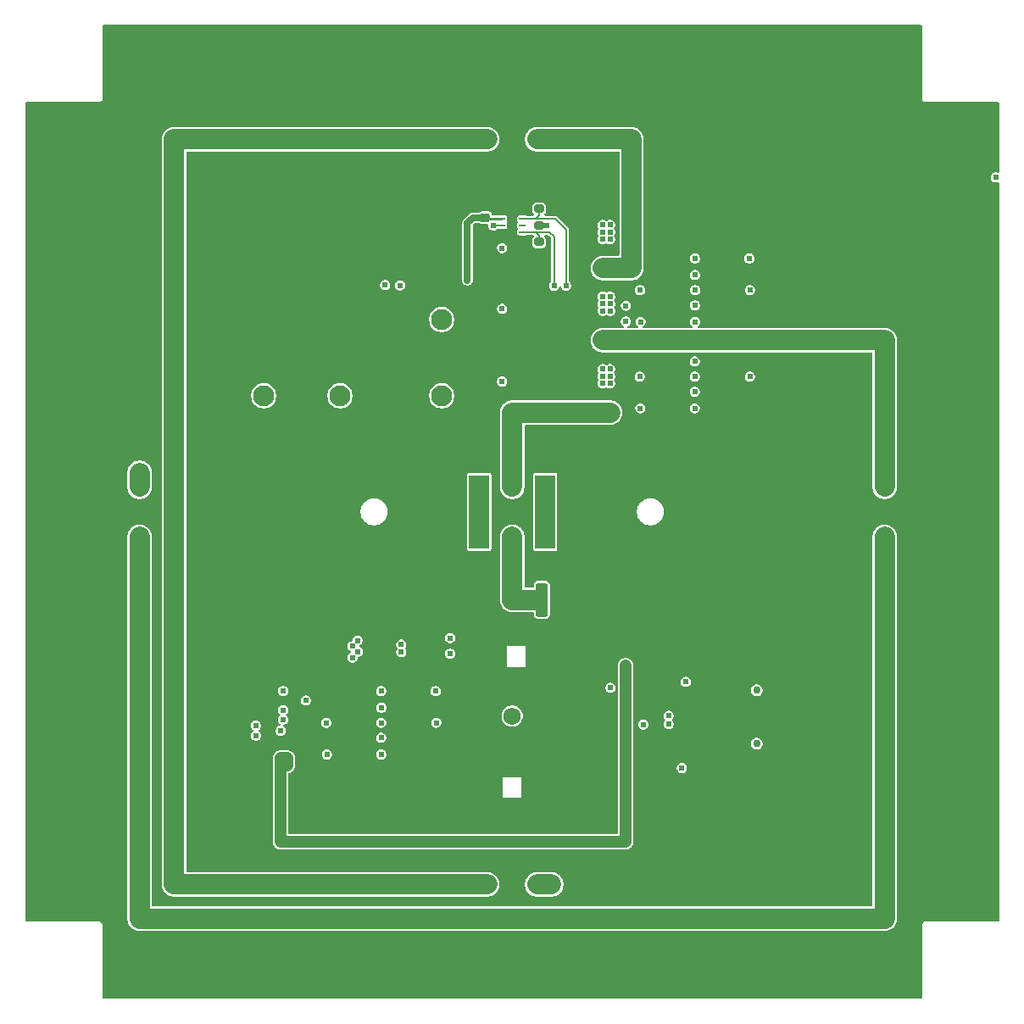
<source format=gbr>
%TF.GenerationSoftware,KiCad,Pcbnew,9.0.1*%
%TF.CreationDate,2025-06-25T17:25:53-04:00*%
%TF.ProjectId,-Z,2d5a2e6b-6963-4616-945f-706362585858,rev?*%
%TF.SameCoordinates,Original*%
%TF.FileFunction,Copper,L1,Top*%
%TF.FilePolarity,Positive*%
%FSLAX46Y46*%
G04 Gerber Fmt 4.6, Leading zero omitted, Abs format (unit mm)*
G04 Created by KiCad (PCBNEW 9.0.1) date 2025-06-25 17:25:53*
%MOMM*%
%LPD*%
G01*
G04 APERTURE LIST*
G04 Aperture macros list*
%AMRoundRect*
0 Rectangle with rounded corners*
0 $1 Rounding radius*
0 $2 $3 $4 $5 $6 $7 $8 $9 X,Y pos of 4 corners*
0 Add a 4 corners polygon primitive as box body*
4,1,4,$2,$3,$4,$5,$6,$7,$8,$9,$2,$3,0*
0 Add four circle primitives for the rounded corners*
1,1,$1+$1,$2,$3*
1,1,$1+$1,$4,$5*
1,1,$1+$1,$6,$7*
1,1,$1+$1,$8,$9*
0 Add four rect primitives between the rounded corners*
20,1,$1+$1,$2,$3,$4,$5,0*
20,1,$1+$1,$4,$5,$6,$7,0*
20,1,$1+$1,$6,$7,$8,$9,0*
20,1,$1+$1,$8,$9,$2,$3,0*%
G04 Aperture macros list end*
%TA.AperFunction,ComponentPad*%
%ADD10C,0.762000*%
%TD*%
%TA.AperFunction,ComponentPad*%
%ADD11C,3.800000*%
%TD*%
%TA.AperFunction,ConnectorPad*%
%ADD12C,5.600000*%
%TD*%
%TA.AperFunction,SMDPad,CuDef*%
%ADD13R,2.000000X7.400000*%
%TD*%
%TA.AperFunction,SMDPad,CuDef*%
%ADD14RoundRect,0.200000X0.275000X-0.200000X0.275000X0.200000X-0.275000X0.200000X-0.275000X-0.200000X0*%
%TD*%
%TA.AperFunction,ComponentPad*%
%ADD15C,1.500000*%
%TD*%
%TA.AperFunction,SMDPad,CuDef*%
%ADD16R,0.660400X0.254000*%
%TD*%
%TA.AperFunction,SMDPad,CuDef*%
%ADD17R,0.762000X1.447800*%
%TD*%
%TA.AperFunction,ComponentPad*%
%ADD18C,1.727200*%
%TD*%
%TA.AperFunction,SMDPad,CuDef*%
%ADD19RoundRect,0.225000X-0.250000X0.225000X-0.250000X-0.225000X0.250000X-0.225000X0.250000X0.225000X0*%
%TD*%
%TA.AperFunction,SMDPad,CuDef*%
%ADD20RoundRect,0.250000X-0.362500X-1.425000X0.362500X-1.425000X0.362500X1.425000X-0.362500X1.425000X0*%
%TD*%
%TA.AperFunction,ComponentPad*%
%ADD21C,2.100000*%
%TD*%
%TA.AperFunction,ViaPad*%
%ADD22C,0.609600*%
%TD*%
%TA.AperFunction,ViaPad*%
%ADD23C,1.016000*%
%TD*%
%TA.AperFunction,ViaPad*%
%ADD24C,0.762000*%
%TD*%
%TA.AperFunction,Conductor*%
%ADD25C,2.032000*%
%TD*%
%TA.AperFunction,Conductor*%
%ADD26C,0.635000*%
%TD*%
%TA.AperFunction,Conductor*%
%ADD27C,0.254000*%
%TD*%
%TA.AperFunction,Conductor*%
%ADD28C,1.143000*%
%TD*%
%TA.AperFunction,Conductor*%
%ADD29C,0.203200*%
%TD*%
G04 APERTURE END LIST*
D10*
%TO.P,H2,1,1*%
%TO.N,GND*%
X144200001Y-145800000D03*
X143555751Y-147355750D03*
X143555751Y-144244250D03*
X142000001Y-148000000D03*
D11*
X142000001Y-145800000D03*
D12*
X142000001Y-145800000D03*
D10*
X142000001Y-143600000D03*
X140444251Y-147355750D03*
X140444251Y-144244250D03*
X139800001Y-145800000D03*
%TD*%
D13*
%TO.P,AE2,1,1*%
%TO.N,Net-(AE2-Pad1)*%
X160700000Y-99999999D03*
%TD*%
%TO.P,AE1,1,1*%
%TO.N,Net-(AE1-Pad1)*%
X167300000Y-100000000D03*
%TD*%
D14*
%TO.P,R1,1*%
%TO.N,/Light Sensor/ADDR*%
X166692401Y-71399600D03*
%TO.P,R1,2*%
%TO.N,/Light Sensor/I2C Protection/DEVICE*%
X166692401Y-69749600D03*
%TD*%
%TO.P,R2,1*%
%TO.N,/Light Sensor/I2C Protection1/DEVICE*%
X166692400Y-73050600D03*
%TO.P,R2,2*%
%TO.N,/Light Sensor/ADDR*%
X166692400Y-71400600D03*
%TD*%
D15*
%TO.P,JP5,1,A*%
%TO.N,/Burn Wires/VBURN3*%
X164000001Y-96100000D03*
X164000001Y-97499999D03*
%TO.P,JP5,2,B*%
%TO.N,Net-(JP5-B)*%
X164000001Y-102499999D03*
X164000001Y-103899998D03*
%TD*%
D10*
%TO.P,H8,1,1*%
%TO.N,GND*%
X212000000Y-121999999D03*
X211355750Y-123555749D03*
X211355750Y-120444249D03*
X209800000Y-124199999D03*
D11*
X209800000Y-121999999D03*
D12*
X209800000Y-121999999D03*
D10*
X209800000Y-119799999D03*
X208244250Y-123555749D03*
X208244250Y-120444249D03*
X207600000Y-121999999D03*
%TD*%
%TO.P,H5,1,1*%
%TO.N,GND*%
X144200001Y-54200000D03*
X143555751Y-55755750D03*
X143555751Y-52644250D03*
X142000001Y-56400000D03*
D11*
X142000001Y-54200000D03*
D12*
X142000001Y-54200000D03*
D10*
X142000001Y-52000000D03*
X140444251Y-55755750D03*
X140444251Y-52644250D03*
X139800001Y-54200000D03*
%TD*%
D16*
%TO.P,U1,1,VDD*%
%TO.N,/Light Sensor/LS_3V3*%
X162971301Y-70749601D03*
%TO.P,U1,2,ADDR*%
%TO.N,/Light Sensor/ADDR*%
X162971301Y-71399600D03*
%TO.P,U1,3,GND*%
%TO.N,GND*%
X162971301Y-72049599D03*
%TO.P,U1,4,SCL*%
%TO.N,/Light Sensor/I2C Protection1/DEVICE*%
X165028701Y-72049599D03*
%TO.P,U1,5,INT*%
%TO.N,unconnected-(U1-INT-Pad5)*%
X165028701Y-71399600D03*
%TO.P,U1,6,SDA*%
%TO.N,/Light Sensor/I2C Protection/DEVICE*%
X165028701Y-70749601D03*
D17*
%TO.P,U1,7,EPAD*%
%TO.N,GND*%
X164000001Y-71399600D03*
%TD*%
D10*
%TO.P,H7,1,1*%
%TO.N,GND*%
X212000000Y-78000000D03*
X211355750Y-79555750D03*
X211355750Y-76444250D03*
X209800000Y-80200000D03*
D11*
X209800000Y-78000000D03*
D12*
X209800000Y-78000000D03*
D10*
X209800000Y-75800000D03*
X208244250Y-79555750D03*
X208244250Y-76444250D03*
X207600000Y-78000000D03*
%TD*%
D18*
%TO.P,AE3,1,A*%
%TO.N,/Interfaces/GPS*%
X164000000Y-120400000D03*
%TD*%
D19*
%TO.P,C1,1*%
%TO.N,/Light Sensor/LS_3V3*%
X161307600Y-70624599D03*
%TO.P,C1,2*%
%TO.N,GND*%
X161307600Y-72174599D03*
%TD*%
D15*
%TO.P,JP1,1,A*%
%TO.N,/Burn Wires/VBURN1*%
X167900000Y-62789000D03*
X166500001Y-62789000D03*
%TO.P,JP1,2,B*%
%TO.N,Net-(JP1-B)*%
X161500001Y-62789000D03*
X160100002Y-62789000D03*
%TD*%
D10*
%TO.P,H4,1,1*%
%TO.N,GND*%
X120400001Y-78000000D03*
X119755751Y-79555750D03*
X119755751Y-76444250D03*
X118200001Y-80200000D03*
D11*
X118200001Y-78000000D03*
D12*
X118200001Y-78000000D03*
D10*
X118200001Y-75800000D03*
X116644251Y-79555750D03*
X116644251Y-76444250D03*
X116000001Y-78000000D03*
%TD*%
D20*
%TO.P,R36,1*%
%TO.N,GND*%
X161037501Y-108788400D03*
%TO.P,R36,2*%
%TO.N,Net-(JP5-B)*%
X166962501Y-108788400D03*
%TD*%
D10*
%TO.P,H3,1,1*%
%TO.N,GND*%
X120400001Y-121999999D03*
X119755751Y-123555749D03*
X119755751Y-120444249D03*
X118200001Y-124199999D03*
D11*
X118200001Y-121999999D03*
D12*
X118200001Y-121999999D03*
D10*
X118200001Y-119799999D03*
X116644251Y-123555749D03*
X116644251Y-120444249D03*
X116000001Y-121999999D03*
%TD*%
D15*
%TO.P,JP4,1,A*%
%TO.N,Net-(JP3-B)*%
X126789000Y-103899999D03*
X126789000Y-102500000D03*
%TO.P,JP4,2,B*%
%TO.N,Net-(JP4-B)*%
X126789000Y-97500000D03*
X126789000Y-96100001D03*
%TD*%
D10*
%TO.P,H1,1,1*%
%TO.N,GND*%
X188200000Y-145800000D03*
X187555750Y-147355750D03*
X187555750Y-144244250D03*
X186000000Y-148000000D03*
D11*
X186000000Y-145800000D03*
D12*
X186000000Y-145800000D03*
D10*
X186000000Y-143600000D03*
X184444250Y-147355750D03*
X184444250Y-144244250D03*
X183800000Y-145800000D03*
%TD*%
%TO.P,H6,1,1*%
%TO.N,GND*%
X188200000Y-54200000D03*
X187555750Y-55755750D03*
X187555750Y-52644250D03*
X186000000Y-56400000D03*
D11*
X186000000Y-54200000D03*
D12*
X186000000Y-54200000D03*
D10*
X186000000Y-52000000D03*
X184444250Y-55755750D03*
X184444250Y-52644250D03*
X183800000Y-54200000D03*
%TD*%
D21*
%TO.P,U2,11,11*%
%TO.N,/Burn Wires/VBURN_A_IN*%
X146793600Y-88417600D03*
%TO.P,U2,12,12*%
%TO.N,GND*%
X139173600Y-80797600D03*
%TO.P,U2,14,14*%
%TO.N,VBATT*%
X139173600Y-88417600D03*
%TO.P,U2,A1,A1*%
X156953600Y-88417600D03*
%TO.P,U2,A2,A2*%
%TO.N,Net-(D1-A)*%
X156953600Y-80797600D03*
%TD*%
D15*
%TO.P,JP3,1,A*%
%TO.N,/Burn Wires/VBURN2*%
X201211001Y-97500000D03*
X201211001Y-96100001D03*
%TO.P,JP3,2,B*%
%TO.N,Net-(JP3-B)*%
X201211001Y-103899999D03*
X201211001Y-102500000D03*
%TD*%
%TO.P,JP2,1,A*%
%TO.N,Net-(JP1-B)*%
X161500001Y-137211000D03*
X160100002Y-137211000D03*
%TO.P,JP2,2,B*%
%TO.N,Net-(JP2-B)*%
X167900000Y-137211000D03*
X166500001Y-137211000D03*
%TD*%
D22*
%TO.N,GND*%
X161400000Y-128372600D03*
X165100000Y-110900000D03*
X162900000Y-113000000D03*
X163600000Y-111600000D03*
X162200000Y-125972600D03*
X162200000Y-129172600D03*
X165100000Y-115900000D03*
X165000001Y-125972600D03*
X185670201Y-121018798D03*
X165800000Y-125972600D03*
X165500000Y-121200000D03*
X162500000Y-119600000D03*
X163000001Y-121968599D03*
X166600000Y-126772600D03*
X166600000Y-128372600D03*
X164400000Y-115900000D03*
X163000001Y-125171799D03*
X152888399Y-123395400D03*
X163000001Y-125972600D03*
X165000001Y-122769399D03*
X162900000Y-110900000D03*
X164000000Y-118600000D03*
X162925001Y-113756200D03*
X184243801Y-80213400D03*
X165100000Y-111600000D03*
X163000000Y-118900000D03*
X165000001Y-124370999D03*
X165000000Y-118900000D03*
X162900000Y-111600000D03*
X164000000Y-129172600D03*
X161400000Y-125972600D03*
X163600000Y-110900000D03*
X165875001Y-114391200D03*
X165875001Y-115026200D03*
X163000001Y-122769399D03*
X148920200Y-118719600D03*
X165800000Y-112300000D03*
X165800000Y-111600000D03*
X162925001Y-114391200D03*
X165000001Y-121968599D03*
X162200000Y-120400000D03*
X163000001Y-123570199D03*
X166600000Y-127572600D03*
X162925001Y-115026200D03*
X165000001Y-125171799D03*
X161400000Y-127572600D03*
X162900000Y-115900000D03*
X163000000Y-129172600D03*
X162500000Y-121200000D03*
X162900000Y-110200000D03*
X166600000Y-125972600D03*
X165500000Y-119600000D03*
X165000000Y-129172600D03*
X179265400Y-84379000D03*
X165800000Y-120400000D03*
X165000001Y-123570199D03*
X182165000Y-120497799D03*
X163000001Y-124370999D03*
X161400000Y-129172600D03*
X161400000Y-126772600D03*
X165875001Y-113756200D03*
X165900000Y-115900000D03*
X162900000Y-112300000D03*
X163703000Y-115900000D03*
X165800000Y-113000000D03*
X184228800Y-88820999D03*
X165800000Y-129172600D03*
X180281401Y-75514399D03*
X166600000Y-129172600D03*
D23*
%TO.N,Net-(AE1-Pad1)*%
X167300000Y-100000000D03*
%TO.N,Net-(AE2-Pad1)*%
X160700000Y-99999999D03*
D22*
%TO.N,BURN_RELAY_A*%
X148556800Y-112852399D03*
X152798600Y-77380800D03*
%TO.N,SDA*%
X182237201Y-89661200D03*
X182252200Y-74699600D03*
X141114601Y-119796799D03*
X150917600Y-124230600D03*
%TO.N,SCL*%
X150917599Y-117907000D03*
X182252201Y-81023200D03*
X141114601Y-117896800D03*
%TO.N,/Burn Wires/VBURN1*%
X173042401Y-74955600D03*
X173779001Y-74955600D03*
X173779000Y-76378000D03*
X173779001Y-75666799D03*
X173042400Y-76378000D03*
X173042401Y-75666799D03*
%TO.N,/Burn Wires/VBURN2*%
X173042400Y-83566200D03*
X173779001Y-82143800D03*
X173779000Y-83566200D03*
X173042401Y-82143800D03*
X173779001Y-82854999D03*
X173042401Y-82854999D03*
%TO.N,/Burn Wires/VBURN3*%
X173042400Y-90805200D03*
X173042401Y-89382800D03*
X173779000Y-89382799D03*
X173779001Y-90093999D03*
X173779000Y-90805200D03*
X173042401Y-90093999D03*
%TO.N,SCL_M*%
X182237200Y-84987599D03*
X179625001Y-120370803D03*
%TO.N,SDA_M*%
X182237200Y-88011199D03*
X179625001Y-121209000D03*
%TO.N,SCL_IO*%
X150926600Y-119565999D03*
X152925600Y-113258796D03*
%TO.N,BURN_EN1*%
X162984001Y-73660200D03*
X148048800Y-114554200D03*
%TO.N,BURN_EN2*%
X162984001Y-79743000D03*
X148559567Y-113977544D03*
%TO.N,SDA_IO*%
X152925600Y-114020800D03*
X150917599Y-122580599D03*
%TO.N,BURN_EN3*%
X148044222Y-113416236D03*
X162984001Y-86982000D03*
%TO.N,/Light Sensor/LS_3V3*%
X182262601Y-77861400D03*
X187687802Y-74699600D03*
X187750800Y-77861400D03*
X176753600Y-77861399D03*
X159529601Y-76885999D03*
X176816600Y-81023200D03*
X175353801Y-80985701D03*
%TO.N,COIL_DRIVER_EN*%
X141114601Y-120751799D03*
X173812200Y-117589800D03*
%TO.N,/GPIO Expander/GE_3V3*%
X145418999Y-121068800D03*
X157802401Y-114173301D03*
X156416200Y-121068800D03*
X156353200Y-117907000D03*
X150907199Y-121068799D03*
X145482000Y-124230600D03*
%TO.N,/Burn Wires/VBURN_A_IN*%
X151300001Y-77355399D03*
X173779001Y-71348799D03*
X173779000Y-78511599D03*
X173779000Y-87173000D03*
X173779000Y-72771199D03*
X173779001Y-79222800D03*
X173779000Y-79934000D03*
X173042401Y-71348799D03*
X173779001Y-86461800D03*
X173042401Y-86461800D03*
X173042400Y-72060000D03*
X173042401Y-87172999D03*
X173042401Y-79933999D03*
X173779000Y-72060000D03*
X173042400Y-78511599D03*
X173042401Y-72771200D03*
X173779000Y-85750600D03*
X173042400Y-85750600D03*
X173042401Y-79222800D03*
%TO.N,3V3_P*%
X175353801Y-79410698D03*
X138398801Y-122359991D03*
X180945800Y-125590000D03*
X138398801Y-121359989D03*
X177085200Y-121234401D03*
X181340000Y-116992600D03*
X176738601Y-86499399D03*
X140873001Y-121869400D03*
X157802401Y-112598298D03*
X187735801Y-86499399D03*
X143389601Y-118846800D03*
X176801600Y-89661200D03*
X182247600Y-86499399D03*
%TO.N,VBATT_M*%
X175308401Y-116306800D03*
X175308400Y-115375902D03*
X140835201Y-124612600D03*
X175308401Y-117246600D03*
X141546400Y-125323799D03*
X141546400Y-124612600D03*
X140835201Y-125323799D03*
%TO.N,/Light Sensor/I2C Protection/DEVICE*%
X182252201Y-76349600D03*
X169384801Y-77419400D03*
%TO.N,/Light Sensor/I2C Protection1/DEVICE*%
X182252201Y-79373200D03*
X168191001Y-77419400D03*
%TO.N,/Light Sensor/ADDR*%
X162118879Y-71401124D03*
X167454400Y-71399599D03*
D24*
%TO.N,/Coil Driver/coil*%
X188438800Y-123164801D03*
X188438801Y-117830802D03*
D22*
X212285401Y-66599000D03*
%TD*%
D25*
%TO.N,Net-(JP1-B)*%
X131742000Y-62789000D02*
X130218001Y-62789000D01*
X130218001Y-62789000D02*
X130218001Y-137211000D01*
X161500000Y-62789000D02*
X131742000Y-62789000D01*
X130218001Y-137211000D02*
X161500000Y-137211000D01*
%TO.N,/Burn Wires/VBURN1*%
X175912600Y-62789000D02*
X175912601Y-75666799D01*
X166500001Y-62789000D02*
X175912600Y-62789000D01*
X175912601Y-75666799D02*
X173042401Y-75666799D01*
%TO.N,/Burn Wires/VBURN2*%
X173042401Y-82854999D02*
X201211001Y-82854999D01*
X201211001Y-82854999D02*
X201211001Y-97500000D01*
%TO.N,Net-(JP2-B)*%
X166500001Y-137211000D02*
X167900000Y-137211000D01*
%TO.N,Net-(JP3-B)*%
X201211000Y-140640000D02*
X201211001Y-102500000D01*
X126789001Y-140640000D02*
X201211000Y-140640000D01*
X126789000Y-102500000D02*
X126789001Y-140640000D01*
%TO.N,/Burn Wires/VBURN3*%
X164000001Y-90094000D02*
X164000001Y-97499999D01*
X173779001Y-90093999D02*
X164000001Y-90094000D01*
%TO.N,Net-(JP4-B)*%
X126789000Y-97500000D02*
X126789000Y-96100000D01*
%TO.N,Net-(JP5-B)*%
X164000000Y-102500000D02*
X164000000Y-108788400D01*
X164000000Y-108788400D02*
X166400000Y-108788400D01*
D26*
%TO.N,/Light Sensor/LS_3V3*%
X159529600Y-71145600D02*
X160050601Y-70624599D01*
D27*
X161432602Y-70749601D02*
X161307601Y-70624600D01*
X162996701Y-70749601D02*
X161432602Y-70749601D01*
D26*
X160050601Y-70624599D02*
X161307601Y-70624600D01*
X159529601Y-76885999D02*
X159529600Y-71145600D01*
D28*
%TO.N,VBATT_M*%
X141546400Y-125323799D02*
X140835201Y-125323799D01*
X140835201Y-132969199D02*
X140835201Y-124612600D01*
X175308401Y-117246600D02*
X175308401Y-116306800D01*
X175308401Y-116306800D02*
X175308400Y-115375902D01*
X141546400Y-124612600D02*
X140835201Y-124612600D01*
X141546400Y-124612600D02*
X141546400Y-125323799D01*
X175308401Y-132969200D02*
X140835201Y-132969199D01*
X175308401Y-117246600D02*
X175308401Y-132969200D01*
D29*
%TO.N,/Light Sensor/I2C Protection/DEVICE*%
X165064502Y-70739199D02*
X165054100Y-70749601D01*
X169384800Y-71831400D02*
X168292600Y-70739200D01*
X166692400Y-70383599D02*
X166692401Y-69749600D01*
X168292600Y-70739200D02*
X165064502Y-70739199D01*
X166336800Y-70739199D02*
X166692400Y-70383599D01*
X169384801Y-77419400D02*
X169384800Y-71831400D01*
%TO.N,/Light Sensor/I2C Protection1/DEVICE*%
X168191001Y-72517200D02*
X167729400Y-72055600D01*
X166357801Y-72055599D02*
X166692401Y-72390199D01*
X165060101Y-72055599D02*
X165054101Y-72049599D01*
X167729400Y-72055600D02*
X165060101Y-72055599D01*
X166692401Y-72390199D02*
X166692400Y-73050600D01*
X168191001Y-77419400D02*
X168191001Y-72517200D01*
%TO.N,/Light Sensor/ADDR*%
X162118879Y-71401124D02*
X162128065Y-71391939D01*
X162989039Y-71391939D02*
X162996700Y-71399599D01*
X166692401Y-71399599D02*
X167454400Y-71399599D01*
X162128065Y-71391939D02*
X162989039Y-71391939D01*
%TD*%
%TA.AperFunction,Conductor*%
%TO.N,GND*%
G36*
X204882111Y-51395632D02*
G01*
X204918656Y-51445932D01*
X204923580Y-51477019D01*
X204923580Y-58749558D01*
X204949233Y-58845294D01*
X204998787Y-58931123D01*
X204998789Y-58931126D01*
X205068873Y-59001210D01*
X205068875Y-59001211D01*
X205154704Y-59050765D01*
X205154706Y-59050765D01*
X205154707Y-59050766D01*
X205250443Y-59076419D01*
X212522981Y-59076419D01*
X212582112Y-59095632D01*
X212618657Y-59145932D01*
X212623581Y-59177019D01*
X212623581Y-66033373D01*
X212604368Y-66092504D01*
X212554068Y-66129049D01*
X212491894Y-66129049D01*
X212484488Y-66126317D01*
X212481678Y-66125153D01*
X212352351Y-66090500D01*
X212352346Y-66090500D01*
X212218456Y-66090500D01*
X212218450Y-66090500D01*
X212089130Y-66125151D01*
X212089129Y-66125151D01*
X211973174Y-66192099D01*
X211878500Y-66286773D01*
X211811552Y-66402728D01*
X211811552Y-66402729D01*
X211776901Y-66532049D01*
X211776901Y-66665950D01*
X211811552Y-66795270D01*
X211811552Y-66795271D01*
X211811554Y-66795274D01*
X211878500Y-66911226D01*
X211973175Y-67005901D01*
X212086172Y-67071141D01*
X212089129Y-67072848D01*
X212218450Y-67107499D01*
X212218454Y-67107499D01*
X212218456Y-67107500D01*
X212218458Y-67107500D01*
X212352344Y-67107500D01*
X212352346Y-67107500D01*
X212352348Y-67107499D01*
X212352351Y-67107499D01*
X212481675Y-67072847D01*
X212484479Y-67071686D01*
X212486647Y-67071515D01*
X212488044Y-67071141D01*
X212488113Y-67071399D01*
X212546461Y-67066804D01*
X212599475Y-67099288D01*
X212623271Y-67156728D01*
X212623581Y-67164626D01*
X212623581Y-140822980D01*
X212604368Y-140882111D01*
X212554068Y-140918656D01*
X212522981Y-140923580D01*
X205250441Y-140923580D01*
X205154705Y-140949233D01*
X205068876Y-140998787D01*
X205068875Y-140998788D01*
X205068874Y-140998789D01*
X204998790Y-141068873D01*
X204998789Y-141068874D01*
X204998788Y-141068875D01*
X204949234Y-141154704D01*
X204923581Y-141250440D01*
X204923580Y-141250443D01*
X204923580Y-148522980D01*
X204904367Y-148582111D01*
X204854067Y-148618656D01*
X204822980Y-148623580D01*
X123177021Y-148623580D01*
X123117890Y-148604367D01*
X123081345Y-148554067D01*
X123076421Y-148522980D01*
X123076420Y-141250443D01*
X123076419Y-141250440D01*
X123050766Y-141154704D01*
X123001212Y-141068875D01*
X123001211Y-141068873D01*
X122931127Y-140998789D01*
X122931124Y-140998787D01*
X122845295Y-140949233D01*
X122749559Y-140923580D01*
X122749557Y-140923580D01*
X115477020Y-140923580D01*
X115417889Y-140904367D01*
X115381344Y-140854067D01*
X115376420Y-140822980D01*
X115376420Y-102404000D01*
X125569300Y-102404000D01*
X125569300Y-140735994D01*
X125569301Y-140735999D01*
X125599332Y-140925607D01*
X125599336Y-140925623D01*
X125658659Y-141108202D01*
X125745815Y-141279253D01*
X125745820Y-141279262D01*
X125796892Y-141349557D01*
X125858664Y-141434580D01*
X125858666Y-141434582D01*
X125994419Y-141570335D01*
X126149739Y-141683181D01*
X126149747Y-141683185D01*
X126320798Y-141770341D01*
X126503377Y-141829664D01*
X126503380Y-141829664D01*
X126503387Y-141829667D01*
X126503392Y-141829667D01*
X126503393Y-141829668D01*
X126693001Y-141859699D01*
X126693006Y-141859700D01*
X126693008Y-141859700D01*
X201306995Y-141859700D01*
X201306999Y-141859699D01*
X201496614Y-141829667D01*
X201679202Y-141770341D01*
X201850262Y-141683181D01*
X202005582Y-141570335D01*
X202141335Y-141434582D01*
X202254181Y-141279262D01*
X202341341Y-141108202D01*
X202400667Y-140925614D01*
X202430700Y-140735993D01*
X202430701Y-102404007D01*
X202400668Y-102214386D01*
X202341342Y-102031798D01*
X202341342Y-102031797D01*
X202254186Y-101860746D01*
X202254182Y-101860738D01*
X202141336Y-101705418D01*
X202005583Y-101569665D01*
X202005581Y-101569663D01*
X201927923Y-101513242D01*
X201850263Y-101456819D01*
X201850257Y-101456816D01*
X201850254Y-101456814D01*
X201679203Y-101369658D01*
X201496624Y-101310335D01*
X201496608Y-101310331D01*
X201307000Y-101280300D01*
X201306994Y-101280300D01*
X201115008Y-101280300D01*
X201115001Y-101280300D01*
X200925393Y-101310331D01*
X200925377Y-101310335D01*
X200742798Y-101369658D01*
X200571747Y-101456814D01*
X200571736Y-101456821D01*
X200416420Y-101569663D01*
X200280664Y-101705419D01*
X200167822Y-101860735D01*
X200167815Y-101860746D01*
X200080659Y-102031797D01*
X200021336Y-102214376D01*
X200021332Y-102214392D01*
X199991301Y-102404000D01*
X199991300Y-102404005D01*
X199991300Y-139319700D01*
X199972087Y-139378831D01*
X199921787Y-139415376D01*
X199890700Y-139420300D01*
X128109301Y-139420300D01*
X128050170Y-139401087D01*
X128013625Y-139350787D01*
X128008701Y-139319700D01*
X128008700Y-102404005D01*
X128008699Y-102404000D01*
X127978668Y-102214392D01*
X127978667Y-102214391D01*
X127978667Y-102214386D01*
X127919341Y-102031798D01*
X127919341Y-102031797D01*
X127832185Y-101860746D01*
X127832181Y-101860738D01*
X127719335Y-101705418D01*
X127583582Y-101569665D01*
X127583580Y-101569663D01*
X127505922Y-101513242D01*
X127428262Y-101456819D01*
X127428256Y-101456816D01*
X127428253Y-101456814D01*
X127257202Y-101369658D01*
X127074623Y-101310335D01*
X127074607Y-101310331D01*
X126884999Y-101280300D01*
X126884993Y-101280300D01*
X126693007Y-101280300D01*
X126693000Y-101280300D01*
X126503392Y-101310331D01*
X126503376Y-101310335D01*
X126320797Y-101369658D01*
X126149746Y-101456814D01*
X126149735Y-101456821D01*
X125994419Y-101569663D01*
X125858663Y-101705419D01*
X125745821Y-101860735D01*
X125745814Y-101860746D01*
X125658658Y-102031797D01*
X125599335Y-102214376D01*
X125599331Y-102214392D01*
X125569300Y-102404000D01*
X115376420Y-102404000D01*
X115376420Y-96004000D01*
X125569300Y-96004000D01*
X125569300Y-97595999D01*
X125599331Y-97785607D01*
X125599335Y-97785623D01*
X125658658Y-97968202D01*
X125745814Y-98139253D01*
X125745819Y-98139262D01*
X125802242Y-98216922D01*
X125858663Y-98294580D01*
X125858664Y-98294581D01*
X125858665Y-98294582D01*
X125994418Y-98430335D01*
X126149738Y-98543181D01*
X126149744Y-98543184D01*
X126149746Y-98543185D01*
X126320797Y-98630341D01*
X126503376Y-98689664D01*
X126503379Y-98689664D01*
X126503386Y-98689667D01*
X126503391Y-98689667D01*
X126503392Y-98689668D01*
X126693000Y-98719699D01*
X126693005Y-98719700D01*
X126693007Y-98719700D01*
X126884995Y-98719700D01*
X126884999Y-98719699D01*
X127074614Y-98689667D01*
X127257202Y-98630341D01*
X127428262Y-98543181D01*
X127583582Y-98430335D01*
X127719335Y-98294582D01*
X127832181Y-98139262D01*
X127919341Y-97968202D01*
X127978667Y-97785614D01*
X128008700Y-97595993D01*
X128008700Y-96004007D01*
X127978667Y-95814386D01*
X127919341Y-95631798D01*
X127919341Y-95631797D01*
X127832185Y-95460746D01*
X127832181Y-95460738D01*
X127719335Y-95305418D01*
X127583582Y-95169665D01*
X127583580Y-95169663D01*
X127505922Y-95113242D01*
X127428262Y-95056819D01*
X127428256Y-95056816D01*
X127428253Y-95056814D01*
X127257202Y-94969658D01*
X127074623Y-94910335D01*
X127074607Y-94910331D01*
X126884999Y-94880300D01*
X126884993Y-94880300D01*
X126693007Y-94880300D01*
X126693000Y-94880300D01*
X126503392Y-94910331D01*
X126503376Y-94910335D01*
X126320797Y-94969658D01*
X126149746Y-95056814D01*
X126149735Y-95056821D01*
X125994419Y-95169663D01*
X125858663Y-95305419D01*
X125745821Y-95460735D01*
X125745814Y-95460746D01*
X125658658Y-95631797D01*
X125599335Y-95814376D01*
X125599331Y-95814392D01*
X125569300Y-96004000D01*
X115376420Y-96004000D01*
X115376420Y-62693000D01*
X128998301Y-62693000D01*
X128998301Y-137306999D01*
X129028332Y-137496607D01*
X129028336Y-137496623D01*
X129087659Y-137679202D01*
X129174815Y-137850253D01*
X129174820Y-137850262D01*
X129231243Y-137927922D01*
X129287664Y-138005580D01*
X129287666Y-138005582D01*
X129423419Y-138141335D01*
X129578739Y-138254181D01*
X129578747Y-138254185D01*
X129749798Y-138341341D01*
X129932377Y-138400664D01*
X129932380Y-138400664D01*
X129932387Y-138400667D01*
X129932392Y-138400667D01*
X129932393Y-138400668D01*
X130122001Y-138430699D01*
X130122006Y-138430700D01*
X130122008Y-138430700D01*
X161595995Y-138430700D01*
X161595999Y-138430699D01*
X161785614Y-138400667D01*
X161968202Y-138341341D01*
X162139262Y-138254181D01*
X162294582Y-138141335D01*
X162430335Y-138005582D01*
X162543181Y-137850262D01*
X162630341Y-137679202D01*
X162689667Y-137496614D01*
X162719700Y-137306993D01*
X162719700Y-137115007D01*
X162719699Y-137115000D01*
X165280301Y-137115000D01*
X165280301Y-137306999D01*
X165310332Y-137496607D01*
X165310336Y-137496623D01*
X165369659Y-137679202D01*
X165456815Y-137850253D01*
X165456820Y-137850262D01*
X165513243Y-137927922D01*
X165569664Y-138005580D01*
X165569666Y-138005582D01*
X165705419Y-138141335D01*
X165860739Y-138254181D01*
X165860747Y-138254185D01*
X166031798Y-138341341D01*
X166214377Y-138400664D01*
X166214380Y-138400664D01*
X166214387Y-138400667D01*
X166214392Y-138400667D01*
X166214393Y-138400668D01*
X166404001Y-138430699D01*
X166404006Y-138430700D01*
X166404008Y-138430700D01*
X167995995Y-138430700D01*
X167995999Y-138430699D01*
X168185614Y-138400667D01*
X168368202Y-138341341D01*
X168539262Y-138254181D01*
X168694582Y-138141335D01*
X168830335Y-138005582D01*
X168943181Y-137850262D01*
X169030341Y-137679202D01*
X169089667Y-137496614D01*
X169119700Y-137306993D01*
X169119700Y-137115007D01*
X169089667Y-136925386D01*
X169030341Y-136742798D01*
X169030341Y-136742797D01*
X168943185Y-136571746D01*
X168943181Y-136571738D01*
X168830335Y-136416418D01*
X168694582Y-136280665D01*
X168694580Y-136280663D01*
X168616922Y-136224242D01*
X168539262Y-136167819D01*
X168539256Y-136167816D01*
X168539253Y-136167814D01*
X168368202Y-136080658D01*
X168185623Y-136021335D01*
X168185607Y-136021331D01*
X167995999Y-135991300D01*
X167995993Y-135991300D01*
X166404008Y-135991300D01*
X166404001Y-135991300D01*
X166214393Y-136021331D01*
X166214377Y-136021335D01*
X166031798Y-136080658D01*
X165860747Y-136167814D01*
X165860736Y-136167821D01*
X165705420Y-136280663D01*
X165569664Y-136416419D01*
X165456822Y-136571735D01*
X165456815Y-136571746D01*
X165369659Y-136742797D01*
X165310336Y-136925376D01*
X165310332Y-136925392D01*
X165280301Y-137115000D01*
X162719699Y-137115000D01*
X162689667Y-136925386D01*
X162630341Y-136742798D01*
X162630341Y-136742797D01*
X162543185Y-136571746D01*
X162543181Y-136571738D01*
X162430335Y-136416418D01*
X162294582Y-136280665D01*
X162294580Y-136280663D01*
X162216922Y-136224242D01*
X162139262Y-136167819D01*
X162139256Y-136167816D01*
X162139253Y-136167814D01*
X161968202Y-136080658D01*
X161785623Y-136021335D01*
X161785607Y-136021331D01*
X161595999Y-135991300D01*
X161595993Y-135991300D01*
X131538301Y-135991300D01*
X131479170Y-135972087D01*
X131442625Y-135921787D01*
X131437701Y-135890700D01*
X131437701Y-124536249D01*
X140060001Y-124536249D01*
X140060001Y-133045549D01*
X140089790Y-133195315D01*
X140089791Y-133195317D01*
X140148228Y-133336394D01*
X140148229Y-133336395D01*
X140233062Y-133463358D01*
X140341041Y-133571337D01*
X140372567Y-133592402D01*
X140468006Y-133656172D01*
X140609083Y-133714609D01*
X140758850Y-133744399D01*
X175212037Y-133744399D01*
X175212041Y-133744400D01*
X175232050Y-133744400D01*
X175384751Y-133744400D01*
X175384752Y-133744400D01*
X175534519Y-133714610D01*
X175675596Y-133656173D01*
X175802562Y-133571337D01*
X175910538Y-133463361D01*
X175995374Y-133336395D01*
X176053811Y-133195318D01*
X176083601Y-133045551D01*
X176083601Y-132892849D01*
X176083601Y-132892848D01*
X176083601Y-125523049D01*
X180437300Y-125523049D01*
X180437300Y-125656950D01*
X180471951Y-125786270D01*
X180471951Y-125786271D01*
X180471953Y-125786274D01*
X180538899Y-125902226D01*
X180633574Y-125996901D01*
X180657601Y-126010773D01*
X180749528Y-126063848D01*
X180878849Y-126098499D01*
X180878853Y-126098499D01*
X180878855Y-126098500D01*
X180878857Y-126098500D01*
X181012743Y-126098500D01*
X181012745Y-126098500D01*
X181012747Y-126098499D01*
X181012750Y-126098499D01*
X181142070Y-126063848D01*
X181142071Y-126063848D01*
X181142071Y-126063847D01*
X181142074Y-126063847D01*
X181258026Y-125996901D01*
X181352701Y-125902226D01*
X181419647Y-125786274D01*
X181454300Y-125656945D01*
X181454300Y-125523055D01*
X181454299Y-125523053D01*
X181454299Y-125523049D01*
X181419648Y-125393729D01*
X181419648Y-125393728D01*
X181352700Y-125277773D01*
X181258026Y-125183099D01*
X181142071Y-125116151D01*
X181012750Y-125081500D01*
X181012745Y-125081500D01*
X180878855Y-125081500D01*
X180878849Y-125081500D01*
X180749529Y-125116151D01*
X180749528Y-125116151D01*
X180633573Y-125183099D01*
X180538899Y-125277773D01*
X180471951Y-125393728D01*
X180471951Y-125393729D01*
X180437300Y-125523049D01*
X176083601Y-125523049D01*
X176083601Y-123087821D01*
X187854100Y-123087821D01*
X187854100Y-123241780D01*
X187893948Y-123390490D01*
X187970924Y-123523815D01*
X188079785Y-123632676D01*
X188079784Y-123632676D01*
X188213110Y-123709652D01*
X188213111Y-123709652D01*
X188213114Y-123709654D01*
X188361823Y-123749501D01*
X188361825Y-123749501D01*
X188515775Y-123749501D01*
X188515777Y-123749501D01*
X188664486Y-123709654D01*
X188797814Y-123632677D01*
X188906676Y-123523815D01*
X188983653Y-123390487D01*
X189023500Y-123241778D01*
X189023500Y-123087824D01*
X188983653Y-122939115D01*
X188906676Y-122805787D01*
X188797814Y-122696925D01*
X188797815Y-122696925D01*
X188664489Y-122619949D01*
X188664486Y-122619948D01*
X188624644Y-122609272D01*
X188515779Y-122580101D01*
X188515777Y-122580101D01*
X188361823Y-122580101D01*
X188361820Y-122580101D01*
X188213110Y-122619949D01*
X188079785Y-122696925D01*
X187970924Y-122805786D01*
X187893948Y-122939111D01*
X187854100Y-123087821D01*
X176083601Y-123087821D01*
X176083601Y-121167450D01*
X176576700Y-121167450D01*
X176576700Y-121301351D01*
X176611351Y-121430671D01*
X176611351Y-121430672D01*
X176637349Y-121475701D01*
X176678299Y-121546627D01*
X176772974Y-121641302D01*
X176844931Y-121682847D01*
X176888928Y-121708249D01*
X177018249Y-121742900D01*
X177018253Y-121742900D01*
X177018255Y-121742901D01*
X177018257Y-121742901D01*
X177152143Y-121742901D01*
X177152145Y-121742901D01*
X177152147Y-121742900D01*
X177152150Y-121742900D01*
X177281470Y-121708249D01*
X177281471Y-121708249D01*
X177281471Y-121708248D01*
X177281474Y-121708248D01*
X177397426Y-121641302D01*
X177492101Y-121546627D01*
X177559047Y-121430675D01*
X177572350Y-121381026D01*
X177593699Y-121301351D01*
X177593700Y-121301344D01*
X177593700Y-121167457D01*
X177593699Y-121167450D01*
X177559048Y-121038130D01*
X177559048Y-121038129D01*
X177544383Y-121012729D01*
X177492101Y-120922175D01*
X177397426Y-120827500D01*
X177332304Y-120789901D01*
X177281471Y-120760552D01*
X177152150Y-120725901D01*
X177152145Y-120725901D01*
X177018255Y-120725901D01*
X177018249Y-120725901D01*
X176888929Y-120760552D01*
X176888928Y-120760552D01*
X176772973Y-120827500D01*
X176678299Y-120922174D01*
X176611351Y-121038129D01*
X176611351Y-121038130D01*
X176576700Y-121167450D01*
X176083601Y-121167450D01*
X176083601Y-120303852D01*
X179116501Y-120303852D01*
X179116501Y-120437753D01*
X179151152Y-120567073D01*
X179151152Y-120567074D01*
X179218100Y-120683029D01*
X179253837Y-120718766D01*
X179282063Y-120774164D01*
X179272337Y-120835572D01*
X179253838Y-120861035D01*
X179218100Y-120896773D01*
X179151152Y-121012728D01*
X179151152Y-121012729D01*
X179116501Y-121142049D01*
X179116501Y-121275950D01*
X179151152Y-121405270D01*
X179151152Y-121405271D01*
X179191815Y-121475700D01*
X179218100Y-121521226D01*
X179312775Y-121615901D01*
X179428727Y-121682847D01*
X179428729Y-121682848D01*
X179558050Y-121717499D01*
X179558054Y-121717499D01*
X179558056Y-121717500D01*
X179558058Y-121717500D01*
X179691944Y-121717500D01*
X179691946Y-121717500D01*
X179691948Y-121717499D01*
X179691951Y-121717499D01*
X179821271Y-121682848D01*
X179821272Y-121682848D01*
X179821272Y-121682847D01*
X179821275Y-121682847D01*
X179937227Y-121615901D01*
X180031902Y-121521226D01*
X180098848Y-121405274D01*
X180126695Y-121301346D01*
X180133500Y-121275950D01*
X180133501Y-121275943D01*
X180133501Y-121142056D01*
X180133500Y-121142049D01*
X180098849Y-121012729D01*
X180098849Y-121012728D01*
X180092572Y-121001856D01*
X180031902Y-120896774D01*
X179996163Y-120861035D01*
X179967938Y-120805638D01*
X179977664Y-120744230D01*
X179996162Y-120718768D01*
X180031902Y-120683029D01*
X180098848Y-120567077D01*
X180133012Y-120439573D01*
X180133500Y-120437753D01*
X180133501Y-120437746D01*
X180133501Y-120303859D01*
X180133500Y-120303852D01*
X180098849Y-120174532D01*
X180098849Y-120174531D01*
X180098848Y-120174529D01*
X180031902Y-120058577D01*
X179937227Y-119963902D01*
X179821275Y-119896956D01*
X179821272Y-119896954D01*
X179691951Y-119862303D01*
X179691946Y-119862303D01*
X179558056Y-119862303D01*
X179558050Y-119862303D01*
X179428730Y-119896954D01*
X179428729Y-119896954D01*
X179312774Y-119963902D01*
X179218100Y-120058576D01*
X179151152Y-120174531D01*
X179151152Y-120174532D01*
X179116501Y-120303852D01*
X176083601Y-120303852D01*
X176083601Y-117753822D01*
X187854101Y-117753822D01*
X187854101Y-117907781D01*
X187893949Y-118056491D01*
X187970925Y-118189816D01*
X188079786Y-118298677D01*
X188079785Y-118298677D01*
X188213111Y-118375653D01*
X188213112Y-118375653D01*
X188213115Y-118375655D01*
X188361824Y-118415502D01*
X188361826Y-118415502D01*
X188515776Y-118415502D01*
X188515778Y-118415502D01*
X188664487Y-118375655D01*
X188797815Y-118298678D01*
X188906677Y-118189816D01*
X188983654Y-118056488D01*
X189023501Y-117907779D01*
X189023501Y-117753825D01*
X188983654Y-117605116D01*
X188977682Y-117594773D01*
X188936161Y-117522856D01*
X188906677Y-117471788D01*
X188797815Y-117362926D01*
X188797816Y-117362926D01*
X188664490Y-117285950D01*
X188664487Y-117285949D01*
X188624645Y-117275273D01*
X188515780Y-117246102D01*
X188515778Y-117246102D01*
X188361824Y-117246102D01*
X188361821Y-117246102D01*
X188213111Y-117285950D01*
X188079786Y-117362926D01*
X187970925Y-117471787D01*
X187893949Y-117605112D01*
X187854101Y-117753822D01*
X176083601Y-117753822D01*
X176083601Y-117170249D01*
X176083601Y-116925649D01*
X180831500Y-116925649D01*
X180831500Y-117059550D01*
X180866151Y-117188870D01*
X180866151Y-117188871D01*
X180866153Y-117188874D01*
X180933099Y-117304826D01*
X181027774Y-117399501D01*
X181143726Y-117466447D01*
X181143728Y-117466448D01*
X181273049Y-117501099D01*
X181273053Y-117501099D01*
X181273055Y-117501100D01*
X181273057Y-117501100D01*
X181406943Y-117501100D01*
X181406945Y-117501100D01*
X181406947Y-117501099D01*
X181406950Y-117501099D01*
X181516341Y-117471788D01*
X181536270Y-117466448D01*
X181536271Y-117466448D01*
X181536271Y-117466447D01*
X181536274Y-117466447D01*
X181652226Y-117399501D01*
X181746901Y-117304826D01*
X181813847Y-117188874D01*
X181848500Y-117059545D01*
X181848500Y-116925655D01*
X181848499Y-116925653D01*
X181848499Y-116925649D01*
X181813848Y-116796329D01*
X181813848Y-116796328D01*
X181746900Y-116680373D01*
X181652226Y-116585699D01*
X181536271Y-116518751D01*
X181406950Y-116484100D01*
X181406945Y-116484100D01*
X181273055Y-116484100D01*
X181273049Y-116484100D01*
X181143729Y-116518751D01*
X181143728Y-116518751D01*
X181027773Y-116585699D01*
X180933099Y-116680373D01*
X180866151Y-116796328D01*
X180866151Y-116796329D01*
X180831500Y-116925649D01*
X176083601Y-116925649D01*
X176083601Y-116230449D01*
X176083601Y-116210441D01*
X176083600Y-116210435D01*
X176083600Y-115299550D01*
X176053810Y-115149783D01*
X175995373Y-115008706D01*
X175910536Y-114881740D01*
X175802560Y-114773764D01*
X175760620Y-114745741D01*
X175675598Y-114688931D01*
X175675590Y-114688927D01*
X175627184Y-114668876D01*
X175534517Y-114630492D01*
X175534513Y-114630491D01*
X175534516Y-114630491D01*
X175414539Y-114606627D01*
X175384750Y-114600702D01*
X175232048Y-114600702D01*
X175202259Y-114606627D01*
X175082282Y-114630491D01*
X174941211Y-114688925D01*
X174941204Y-114688929D01*
X174814239Y-114773765D01*
X174706263Y-114881740D01*
X174706263Y-114881741D01*
X174621429Y-115008703D01*
X174621425Y-115008711D01*
X174562989Y-115149786D01*
X174533200Y-115299552D01*
X174533201Y-116230449D01*
X174533201Y-132093399D01*
X174513988Y-132152530D01*
X174463688Y-132189075D01*
X174432601Y-132193999D01*
X141711001Y-132193999D01*
X141651870Y-132174786D01*
X141615325Y-132124486D01*
X141610401Y-132093399D01*
X141610401Y-128597599D01*
X163050001Y-128597599D01*
X164950001Y-128597599D01*
X164950001Y-126507599D01*
X163050001Y-126507599D01*
X163050001Y-128597599D01*
X141610401Y-128597599D01*
X141610401Y-126184016D01*
X141629614Y-126124885D01*
X141679914Y-126088340D01*
X141691375Y-126085349D01*
X141772518Y-126069209D01*
X141913595Y-126010772D01*
X142040561Y-125925936D01*
X142148537Y-125817960D01*
X142233373Y-125690994D01*
X142291810Y-125549917D01*
X142321600Y-125400150D01*
X142321600Y-124536249D01*
X142291810Y-124386482D01*
X142233373Y-124245405D01*
X142226666Y-124235367D01*
X142211690Y-124212953D01*
X142211688Y-124212951D01*
X142178746Y-124163649D01*
X144973500Y-124163649D01*
X144973500Y-124297550D01*
X145008151Y-124426870D01*
X145008151Y-124426871D01*
X145008153Y-124426874D01*
X145075099Y-124542826D01*
X145169774Y-124637501D01*
X145285726Y-124704447D01*
X145285728Y-124704448D01*
X145415049Y-124739099D01*
X145415053Y-124739099D01*
X145415055Y-124739100D01*
X145415057Y-124739100D01*
X145548943Y-124739100D01*
X145548945Y-124739100D01*
X145548947Y-124739099D01*
X145548950Y-124739099D01*
X145678270Y-124704448D01*
X145678271Y-124704448D01*
X145678271Y-124704447D01*
X145678274Y-124704447D01*
X145794226Y-124637501D01*
X145888901Y-124542826D01*
X145955847Y-124426874D01*
X145990500Y-124297545D01*
X145990500Y-124163655D01*
X145990499Y-124163653D01*
X145990499Y-124163649D01*
X150409100Y-124163649D01*
X150409100Y-124297550D01*
X150443751Y-124426870D01*
X150443751Y-124426871D01*
X150443753Y-124426874D01*
X150510699Y-124542826D01*
X150605374Y-124637501D01*
X150721326Y-124704447D01*
X150721328Y-124704448D01*
X150850649Y-124739099D01*
X150850653Y-124739099D01*
X150850655Y-124739100D01*
X150850657Y-124739100D01*
X150984543Y-124739100D01*
X150984545Y-124739100D01*
X150984547Y-124739099D01*
X150984550Y-124739099D01*
X151113870Y-124704448D01*
X151113871Y-124704448D01*
X151113871Y-124704447D01*
X151113874Y-124704447D01*
X151229826Y-124637501D01*
X151324501Y-124542826D01*
X151391447Y-124426874D01*
X151426100Y-124297545D01*
X151426100Y-124163655D01*
X151426099Y-124163653D01*
X151426099Y-124163649D01*
X151391448Y-124034329D01*
X151391448Y-124034328D01*
X151377668Y-124010461D01*
X151324501Y-123918374D01*
X151229826Y-123823699D01*
X151113874Y-123756753D01*
X151113871Y-123756751D01*
X150984550Y-123722100D01*
X150984545Y-123722100D01*
X150850655Y-123722100D01*
X150850649Y-123722100D01*
X150721329Y-123756751D01*
X150721328Y-123756751D01*
X150605373Y-123823699D01*
X150510699Y-123918373D01*
X150443751Y-124034328D01*
X150443751Y-124034329D01*
X150409100Y-124163649D01*
X145990499Y-124163649D01*
X145955848Y-124034329D01*
X145955848Y-124034328D01*
X145942068Y-124010461D01*
X145888901Y-123918374D01*
X145794226Y-123823699D01*
X145678274Y-123756753D01*
X145678271Y-123756751D01*
X145548950Y-123722100D01*
X145548945Y-123722100D01*
X145415055Y-123722100D01*
X145415049Y-123722100D01*
X145285729Y-123756751D01*
X145285728Y-123756751D01*
X145169773Y-123823699D01*
X145075099Y-123918373D01*
X145008151Y-124034328D01*
X145008151Y-124034329D01*
X144973500Y-124163649D01*
X142178746Y-124163649D01*
X142148538Y-124118440D01*
X142040559Y-124010461D01*
X141977506Y-123968331D01*
X141913595Y-123925627D01*
X141913592Y-123925625D01*
X141913591Y-123925625D01*
X141865185Y-123905574D01*
X141772518Y-123867190D01*
X141772514Y-123867189D01*
X141772517Y-123867189D01*
X141652540Y-123843325D01*
X141622751Y-123837400D01*
X140911552Y-123837400D01*
X140758850Y-123837400D01*
X140729061Y-123843325D01*
X140609084Y-123867189D01*
X140468009Y-123925625D01*
X140341041Y-124010461D01*
X140341040Y-124010463D01*
X140233064Y-124118439D01*
X140233062Y-124118440D01*
X140148226Y-124245408D01*
X140089790Y-124386483D01*
X140060001Y-124536249D01*
X131437701Y-124536249D01*
X131437701Y-121293038D01*
X137890301Y-121293038D01*
X137890301Y-121426939D01*
X137924952Y-121556259D01*
X137924952Y-121556260D01*
X137991900Y-121672215D01*
X138086576Y-121766891D01*
X138096930Y-121772869D01*
X138138532Y-121819074D01*
X138145029Y-121880908D01*
X138113941Y-121934752D01*
X138096930Y-121947111D01*
X138086576Y-121953088D01*
X138086575Y-121953090D01*
X137991900Y-122047764D01*
X137924952Y-122163719D01*
X137924952Y-122163720D01*
X137890301Y-122293040D01*
X137890301Y-122426941D01*
X137924952Y-122556261D01*
X137924952Y-122556262D01*
X137977654Y-122647542D01*
X137991900Y-122672217D01*
X138086575Y-122766892D01*
X138153942Y-122805787D01*
X138202529Y-122833839D01*
X138331850Y-122868490D01*
X138331854Y-122868490D01*
X138331856Y-122868491D01*
X138331858Y-122868491D01*
X138465744Y-122868491D01*
X138465746Y-122868491D01*
X138465748Y-122868490D01*
X138465751Y-122868490D01*
X138595071Y-122833839D01*
X138595072Y-122833839D01*
X138595072Y-122833838D01*
X138595075Y-122833838D01*
X138711027Y-122766892D01*
X138805702Y-122672217D01*
X138872648Y-122556265D01*
X138884065Y-122513655D01*
X138884067Y-122513648D01*
X150409099Y-122513648D01*
X150409099Y-122647549D01*
X150443750Y-122776869D01*
X150443750Y-122776870D01*
X150510698Y-122892825D01*
X150605373Y-122987500D01*
X150721325Y-123054446D01*
X150721327Y-123054447D01*
X150850648Y-123089098D01*
X150850652Y-123089098D01*
X150850654Y-123089099D01*
X150850656Y-123089099D01*
X150984542Y-123089099D01*
X150984544Y-123089099D01*
X150984546Y-123089098D01*
X150984549Y-123089098D01*
X151113869Y-123054447D01*
X151113870Y-123054447D01*
X151113870Y-123054446D01*
X151113873Y-123054446D01*
X151229825Y-122987500D01*
X151324500Y-122892825D01*
X151391446Y-122776873D01*
X151426099Y-122647544D01*
X151426099Y-122513654D01*
X151426098Y-122513652D01*
X151426098Y-122513648D01*
X151391447Y-122384328D01*
X151391447Y-122384327D01*
X151367729Y-122343247D01*
X151324500Y-122268373D01*
X151229825Y-122173698D01*
X151113873Y-122106752D01*
X151113870Y-122106750D01*
X150984549Y-122072099D01*
X150984544Y-122072099D01*
X150850654Y-122072099D01*
X150850648Y-122072099D01*
X150721328Y-122106750D01*
X150721327Y-122106750D01*
X150605372Y-122173698D01*
X150510698Y-122268372D01*
X150443750Y-122384327D01*
X150443750Y-122384328D01*
X150409099Y-122513648D01*
X138884067Y-122513648D01*
X138892809Y-122481023D01*
X138907300Y-122426941D01*
X138907301Y-122426934D01*
X138907301Y-122293047D01*
X138907300Y-122293040D01*
X138872649Y-122163720D01*
X138872649Y-122163719D01*
X138872648Y-122163717D01*
X138805702Y-122047765D01*
X138711027Y-121953090D01*
X138711022Y-121953086D01*
X138700674Y-121947112D01*
X138659071Y-121900908D01*
X138652571Y-121839075D01*
X138673717Y-121802449D01*
X140364501Y-121802449D01*
X140364501Y-121936350D01*
X140399152Y-122065670D01*
X140399152Y-122065671D01*
X140422871Y-122106752D01*
X140466100Y-122181626D01*
X140560775Y-122276301D01*
X140676727Y-122343247D01*
X140676729Y-122343248D01*
X140806050Y-122377899D01*
X140806054Y-122377899D01*
X140806056Y-122377900D01*
X140806058Y-122377900D01*
X140939944Y-122377900D01*
X140939946Y-122377900D01*
X140939948Y-122377899D01*
X140939951Y-122377899D01*
X141069271Y-122343248D01*
X141069272Y-122343248D01*
X141069272Y-122343247D01*
X141069275Y-122343247D01*
X141185227Y-122276301D01*
X141279902Y-122181626D01*
X141346848Y-122065674D01*
X141352893Y-122043112D01*
X141381500Y-121936350D01*
X141381501Y-121936343D01*
X141381501Y-121802456D01*
X141381500Y-121802449D01*
X141346849Y-121673129D01*
X141346849Y-121673128D01*
X141328474Y-121641302D01*
X141279902Y-121557174D01*
X141185227Y-121462499D01*
X141185225Y-121462497D01*
X141155185Y-121445153D01*
X141113583Y-121398947D01*
X141107086Y-121337114D01*
X141138174Y-121283270D01*
X141179451Y-121260860D01*
X141181545Y-121260299D01*
X141181546Y-121260299D01*
X141310871Y-121225647D01*
X141310872Y-121225647D01*
X141310872Y-121225646D01*
X141310875Y-121225646D01*
X141426827Y-121158700D01*
X141521502Y-121064025D01*
X141557400Y-121001849D01*
X144910499Y-121001849D01*
X144910499Y-121135750D01*
X144945150Y-121265070D01*
X144945150Y-121265071D01*
X144956127Y-121284083D01*
X145012098Y-121381026D01*
X145106773Y-121475701D01*
X145222725Y-121542647D01*
X145222727Y-121542648D01*
X145352048Y-121577299D01*
X145352052Y-121577299D01*
X145352054Y-121577300D01*
X145352056Y-121577300D01*
X145485942Y-121577300D01*
X145485944Y-121577300D01*
X145485946Y-121577299D01*
X145485949Y-121577299D01*
X145615269Y-121542648D01*
X145615270Y-121542648D01*
X145615270Y-121542647D01*
X145615273Y-121542647D01*
X145731225Y-121475701D01*
X145825900Y-121381026D01*
X145892846Y-121265074D01*
X145903411Y-121225646D01*
X145927498Y-121135750D01*
X145927499Y-121135743D01*
X145927499Y-121001853D01*
X145927498Y-121001848D01*
X150398699Y-121001848D01*
X150398699Y-121135749D01*
X150433350Y-121265069D01*
X150433350Y-121265070D01*
X150479977Y-121345829D01*
X150500298Y-121381025D01*
X150594973Y-121475700D01*
X150594975Y-121475701D01*
X150710927Y-121542647D01*
X150840248Y-121577298D01*
X150840252Y-121577298D01*
X150840254Y-121577299D01*
X150840256Y-121577299D01*
X150974142Y-121577299D01*
X150974144Y-121577299D01*
X150974146Y-121577298D01*
X150974149Y-121577298D01*
X151088615Y-121546627D01*
X151103469Y-121542647D01*
X151103470Y-121542647D01*
X151103470Y-121542646D01*
X151103473Y-121542646D01*
X151219425Y-121475700D01*
X151314100Y-121381025D01*
X151381046Y-121265073D01*
X151408204Y-121163717D01*
X151415698Y-121135749D01*
X151415699Y-121135742D01*
X151415699Y-121001855D01*
X151415698Y-121001849D01*
X155907700Y-121001849D01*
X155907700Y-121135750D01*
X155942351Y-121265070D01*
X155942351Y-121265071D01*
X155953328Y-121284083D01*
X156009299Y-121381026D01*
X156103974Y-121475701D01*
X156219926Y-121542647D01*
X156219928Y-121542648D01*
X156349249Y-121577299D01*
X156349253Y-121577299D01*
X156349255Y-121577300D01*
X156349257Y-121577300D01*
X156483143Y-121577300D01*
X156483145Y-121577300D01*
X156483147Y-121577299D01*
X156483150Y-121577299D01*
X156612470Y-121542648D01*
X156612471Y-121542648D01*
X156612471Y-121542647D01*
X156612474Y-121542647D01*
X156728426Y-121475701D01*
X156823101Y-121381026D01*
X156890047Y-121265074D01*
X156900612Y-121225646D01*
X156924699Y-121135750D01*
X156924700Y-121135743D01*
X156924700Y-121001856D01*
X156924699Y-121001849D01*
X156890048Y-120872529D01*
X156890048Y-120872528D01*
X156883413Y-120861036D01*
X156823101Y-120756574D01*
X156728426Y-120661899D01*
X156612474Y-120594953D01*
X156612471Y-120594951D01*
X156483150Y-120560300D01*
X156483145Y-120560300D01*
X156349255Y-120560300D01*
X156349249Y-120560300D01*
X156219929Y-120594951D01*
X156219928Y-120594951D01*
X156103973Y-120661899D01*
X156009299Y-120756573D01*
X155942351Y-120872528D01*
X155942351Y-120872529D01*
X155907700Y-121001849D01*
X151415698Y-121001849D01*
X151415698Y-121001848D01*
X151381047Y-120872528D01*
X151381047Y-120872527D01*
X151374412Y-120861035D01*
X151314100Y-120756573D01*
X151219425Y-120661898D01*
X151103473Y-120594952D01*
X151103470Y-120594950D01*
X150974149Y-120560299D01*
X150974144Y-120560299D01*
X150840254Y-120560299D01*
X150840248Y-120560299D01*
X150710928Y-120594950D01*
X150710927Y-120594950D01*
X150594972Y-120661898D01*
X150500298Y-120756572D01*
X150433350Y-120872527D01*
X150433350Y-120872528D01*
X150398699Y-121001848D01*
X145927498Y-121001848D01*
X145892847Y-120872529D01*
X145892847Y-120872528D01*
X145886212Y-120861036D01*
X145825900Y-120756574D01*
X145731225Y-120661899D01*
X145615273Y-120594953D01*
X145615270Y-120594951D01*
X145485949Y-120560300D01*
X145485944Y-120560300D01*
X145352054Y-120560300D01*
X145352048Y-120560300D01*
X145222728Y-120594951D01*
X145222727Y-120594951D01*
X145106772Y-120661899D01*
X145012098Y-120756573D01*
X144945150Y-120872528D01*
X144945150Y-120872529D01*
X144910499Y-121001849D01*
X141557400Y-121001849D01*
X141588448Y-120948073D01*
X141595387Y-120922175D01*
X141623100Y-120818749D01*
X141623101Y-120818742D01*
X141623101Y-120684855D01*
X141623100Y-120684848D01*
X141588449Y-120555528D01*
X141588449Y-120555527D01*
X141559346Y-120505120D01*
X141521502Y-120439573D01*
X141427363Y-120345434D01*
X141401605Y-120294880D01*
X162932700Y-120294880D01*
X162932700Y-120505120D01*
X162945024Y-120567077D01*
X162973716Y-120711322D01*
X163054169Y-120905552D01*
X163054173Y-120905560D01*
X163170972Y-121080362D01*
X163319637Y-121229027D01*
X163494439Y-121345826D01*
X163494441Y-121345827D01*
X163494444Y-121345829D01*
X163529472Y-121360338D01*
X163688677Y-121426283D01*
X163688678Y-121426283D01*
X163688680Y-121426284D01*
X163894880Y-121467300D01*
X163894881Y-121467300D01*
X164105119Y-121467300D01*
X164105120Y-121467300D01*
X164311320Y-121426284D01*
X164505556Y-121345829D01*
X164680364Y-121229026D01*
X164829026Y-121080364D01*
X164945829Y-120905556D01*
X165026284Y-120711320D01*
X165067300Y-120505120D01*
X165067300Y-120294880D01*
X165026284Y-120088680D01*
X164945829Y-119894444D01*
X164925319Y-119863749D01*
X164829027Y-119719637D01*
X164680362Y-119570972D01*
X164505560Y-119454173D01*
X164505552Y-119454169D01*
X164311322Y-119373716D01*
X164173853Y-119346372D01*
X164105120Y-119332700D01*
X163894880Y-119332700D01*
X163843330Y-119342954D01*
X163688677Y-119373716D01*
X163494447Y-119454169D01*
X163494439Y-119454173D01*
X163319637Y-119570972D01*
X163319636Y-119570974D01*
X163170974Y-119719636D01*
X163170972Y-119719637D01*
X163054173Y-119894439D01*
X163054169Y-119894447D01*
X162973716Y-120088677D01*
X162950837Y-120203700D01*
X162932700Y-120294880D01*
X141401605Y-120294880D01*
X141399137Y-120290036D01*
X141408863Y-120228628D01*
X141427363Y-120203164D01*
X141455998Y-120174529D01*
X141521502Y-120109025D01*
X141588448Y-119993073D01*
X141614203Y-119896954D01*
X141623100Y-119863749D01*
X141623101Y-119863742D01*
X141623101Y-119729855D01*
X141623100Y-119729848D01*
X141588449Y-119600528D01*
X141588449Y-119600527D01*
X141555097Y-119542761D01*
X141555096Y-119542759D01*
X141529860Y-119499048D01*
X150418100Y-119499048D01*
X150418100Y-119632949D01*
X150452751Y-119762269D01*
X150452751Y-119762270D01*
X150452753Y-119762273D01*
X150519699Y-119878225D01*
X150614374Y-119972900D01*
X150730326Y-120039846D01*
X150730328Y-120039847D01*
X150859649Y-120074498D01*
X150859653Y-120074498D01*
X150859655Y-120074499D01*
X150859657Y-120074499D01*
X150993543Y-120074499D01*
X150993545Y-120074499D01*
X150993547Y-120074498D01*
X150993550Y-120074498D01*
X151122870Y-120039847D01*
X151122871Y-120039847D01*
X151122871Y-120039846D01*
X151122874Y-120039846D01*
X151238826Y-119972900D01*
X151333501Y-119878225D01*
X151400447Y-119762273D01*
X151409133Y-119729855D01*
X151435099Y-119632949D01*
X151435100Y-119632942D01*
X151435100Y-119499055D01*
X151435099Y-119499048D01*
X151400448Y-119369728D01*
X151400448Y-119369727D01*
X151400447Y-119369725D01*
X151333501Y-119253773D01*
X151238826Y-119159098D01*
X151122874Y-119092152D01*
X151122871Y-119092150D01*
X150993550Y-119057499D01*
X150993545Y-119057499D01*
X150859655Y-119057499D01*
X150859649Y-119057499D01*
X150730329Y-119092150D01*
X150730328Y-119092150D01*
X150614373Y-119159098D01*
X150519699Y-119253772D01*
X150452751Y-119369727D01*
X150452751Y-119369728D01*
X150418100Y-119499048D01*
X141529860Y-119499048D01*
X141521503Y-119484574D01*
X141426827Y-119389898D01*
X141310872Y-119322950D01*
X141181551Y-119288299D01*
X141181546Y-119288299D01*
X141047656Y-119288299D01*
X141047650Y-119288299D01*
X140918330Y-119322950D01*
X140918329Y-119322950D01*
X140802374Y-119389898D01*
X140707700Y-119484572D01*
X140640752Y-119600527D01*
X140640752Y-119600528D01*
X140606101Y-119729848D01*
X140606101Y-119863749D01*
X140640752Y-119993069D01*
X140640752Y-119993070D01*
X140707700Y-120109025D01*
X140801839Y-120203164D01*
X140830065Y-120258562D01*
X140820339Y-120319970D01*
X140801839Y-120345434D01*
X140707700Y-120439572D01*
X140640752Y-120555527D01*
X140640752Y-120555528D01*
X140606101Y-120684848D01*
X140606101Y-120818749D01*
X140640752Y-120948069D01*
X140640752Y-120948070D01*
X140707700Y-121064025D01*
X140802375Y-121158700D01*
X140802379Y-121158703D01*
X140832415Y-121176045D01*
X140874017Y-121222250D01*
X140880515Y-121284083D01*
X140849427Y-121337927D01*
X140808151Y-121360338D01*
X140676730Y-121395551D01*
X140676729Y-121395551D01*
X140560774Y-121462499D01*
X140466100Y-121557173D01*
X140399152Y-121673128D01*
X140399152Y-121673129D01*
X140364501Y-121802449D01*
X138673717Y-121802449D01*
X138683658Y-121785230D01*
X138684760Y-121784253D01*
X138692161Y-121777782D01*
X138711027Y-121766890D01*
X138805702Y-121672215D01*
X138872648Y-121556263D01*
X138894234Y-121475701D01*
X138907300Y-121426939D01*
X138907301Y-121426932D01*
X138907301Y-121293045D01*
X138907300Y-121293038D01*
X138872649Y-121163718D01*
X138872649Y-121163717D01*
X138869754Y-121158703D01*
X138805702Y-121047763D01*
X138711027Y-120953088D01*
X138657483Y-120922174D01*
X138595072Y-120886140D01*
X138465751Y-120851489D01*
X138465746Y-120851489D01*
X138331856Y-120851489D01*
X138331850Y-120851489D01*
X138202530Y-120886140D01*
X138202529Y-120886140D01*
X138086574Y-120953088D01*
X137991900Y-121047762D01*
X137924952Y-121163717D01*
X137924952Y-121163718D01*
X137890301Y-121293038D01*
X131437701Y-121293038D01*
X131437701Y-118779849D01*
X142881101Y-118779849D01*
X142881101Y-118913750D01*
X142915752Y-119043070D01*
X142915752Y-119043071D01*
X142982700Y-119159026D01*
X143077375Y-119253701D01*
X143077500Y-119253773D01*
X143193329Y-119320648D01*
X143322650Y-119355299D01*
X143322654Y-119355299D01*
X143322656Y-119355300D01*
X143322658Y-119355300D01*
X143456544Y-119355300D01*
X143456546Y-119355300D01*
X143456548Y-119355299D01*
X143456551Y-119355299D01*
X143585871Y-119320648D01*
X143585872Y-119320648D01*
X143585872Y-119320647D01*
X143585875Y-119320647D01*
X143701827Y-119253701D01*
X143796502Y-119159026D01*
X143863448Y-119043074D01*
X143898101Y-118913745D01*
X143898101Y-118779855D01*
X143898100Y-118779853D01*
X143898100Y-118779849D01*
X143863449Y-118650529D01*
X143863449Y-118650528D01*
X143796501Y-118534573D01*
X143701827Y-118439899D01*
X143585872Y-118372951D01*
X143456551Y-118338300D01*
X143456546Y-118338300D01*
X143322656Y-118338300D01*
X143322650Y-118338300D01*
X143193330Y-118372951D01*
X143193329Y-118372951D01*
X143077374Y-118439899D01*
X142982700Y-118534573D01*
X142915752Y-118650528D01*
X142915752Y-118650529D01*
X142881101Y-118779849D01*
X131437701Y-118779849D01*
X131437701Y-117829849D01*
X140606101Y-117829849D01*
X140606101Y-117963750D01*
X140640752Y-118093070D01*
X140640752Y-118093071D01*
X140643771Y-118098300D01*
X140707700Y-118209026D01*
X140802375Y-118303701D01*
X140918327Y-118370647D01*
X140918329Y-118370648D01*
X141047650Y-118405299D01*
X141047654Y-118405299D01*
X141047656Y-118405300D01*
X141047658Y-118405300D01*
X141181544Y-118405300D01*
X141181546Y-118405300D01*
X141181548Y-118405299D01*
X141181551Y-118405299D01*
X141310871Y-118370648D01*
X141310872Y-118370648D01*
X141310872Y-118370647D01*
X141310875Y-118370647D01*
X141426827Y-118303701D01*
X141521502Y-118209026D01*
X141588448Y-118093074D01*
X141623101Y-117963745D01*
X141623101Y-117840049D01*
X150409099Y-117840049D01*
X150409099Y-117973950D01*
X150443750Y-118103270D01*
X150443750Y-118103271D01*
X150443752Y-118103274D01*
X150510698Y-118219226D01*
X150605373Y-118313901D01*
X150721325Y-118380847D01*
X150721327Y-118380848D01*
X150850648Y-118415499D01*
X150850652Y-118415499D01*
X150850654Y-118415500D01*
X150850656Y-118415500D01*
X150984542Y-118415500D01*
X150984544Y-118415500D01*
X150984546Y-118415499D01*
X150984549Y-118415499D01*
X151113869Y-118380848D01*
X151113870Y-118380848D01*
X151113870Y-118380847D01*
X151113873Y-118380847D01*
X151229825Y-118313901D01*
X151324500Y-118219226D01*
X151391446Y-118103274D01*
X151426099Y-117973945D01*
X151426099Y-117840055D01*
X151426098Y-117840053D01*
X151426098Y-117840049D01*
X155844700Y-117840049D01*
X155844700Y-117973950D01*
X155879351Y-118103270D01*
X155879351Y-118103271D01*
X155879353Y-118103274D01*
X155946299Y-118219226D01*
X156040974Y-118313901D01*
X156156926Y-118380847D01*
X156156928Y-118380848D01*
X156286249Y-118415499D01*
X156286253Y-118415499D01*
X156286255Y-118415500D01*
X156286257Y-118415500D01*
X156420143Y-118415500D01*
X156420145Y-118415500D01*
X156420147Y-118415499D01*
X156420150Y-118415499D01*
X156549470Y-118380848D01*
X156549471Y-118380848D01*
X156549471Y-118380847D01*
X156549474Y-118380847D01*
X156665426Y-118313901D01*
X156760101Y-118219226D01*
X156827047Y-118103274D01*
X156861700Y-117973945D01*
X156861700Y-117840055D01*
X156861699Y-117840053D01*
X156861699Y-117840049D01*
X156827048Y-117710729D01*
X156827048Y-117710728D01*
X156827047Y-117710726D01*
X156760101Y-117594774D01*
X156688176Y-117522849D01*
X173303700Y-117522849D01*
X173303700Y-117656750D01*
X173338351Y-117786070D01*
X173338351Y-117786071D01*
X173338353Y-117786074D01*
X173405299Y-117902026D01*
X173499974Y-117996701D01*
X173603532Y-118056491D01*
X173615928Y-118063648D01*
X173745249Y-118098299D01*
X173745253Y-118098299D01*
X173745255Y-118098300D01*
X173745257Y-118098300D01*
X173879143Y-118098300D01*
X173879145Y-118098300D01*
X173879147Y-118098299D01*
X173879150Y-118098299D01*
X174008470Y-118063648D01*
X174008471Y-118063648D01*
X174008471Y-118063647D01*
X174008474Y-118063647D01*
X174124426Y-117996701D01*
X174219101Y-117902026D01*
X174286047Y-117786074D01*
X174306236Y-117710726D01*
X174320699Y-117656750D01*
X174320700Y-117656743D01*
X174320700Y-117522856D01*
X174320699Y-117522849D01*
X174286048Y-117393529D01*
X174286048Y-117393528D01*
X174219100Y-117277573D01*
X174124426Y-117182899D01*
X174008471Y-117115951D01*
X173879150Y-117081300D01*
X173879145Y-117081300D01*
X173745255Y-117081300D01*
X173745249Y-117081300D01*
X173615929Y-117115951D01*
X173615928Y-117115951D01*
X173499973Y-117182899D01*
X173405299Y-117277573D01*
X173338351Y-117393528D01*
X173338351Y-117393529D01*
X173303700Y-117522849D01*
X156688176Y-117522849D01*
X156665426Y-117500099D01*
X156549474Y-117433153D01*
X156549471Y-117433151D01*
X156420150Y-117398500D01*
X156420145Y-117398500D01*
X156286255Y-117398500D01*
X156286249Y-117398500D01*
X156156929Y-117433151D01*
X156156928Y-117433151D01*
X156040973Y-117500099D01*
X155946299Y-117594773D01*
X155879351Y-117710728D01*
X155879351Y-117710729D01*
X155844700Y-117840049D01*
X151426098Y-117840049D01*
X151391447Y-117710729D01*
X151391447Y-117710728D01*
X151391446Y-117710726D01*
X151324500Y-117594774D01*
X151229825Y-117500099D01*
X151113873Y-117433153D01*
X151113870Y-117433151D01*
X150984549Y-117398500D01*
X150984544Y-117398500D01*
X150850654Y-117398500D01*
X150850648Y-117398500D01*
X150721328Y-117433151D01*
X150721327Y-117433151D01*
X150605372Y-117500099D01*
X150510698Y-117594773D01*
X150443750Y-117710728D01*
X150443750Y-117710729D01*
X150409099Y-117840049D01*
X141623101Y-117840049D01*
X141623101Y-117829855D01*
X141623100Y-117829853D01*
X141623100Y-117829849D01*
X141588449Y-117700529D01*
X141588449Y-117700528D01*
X141588448Y-117700526D01*
X141521502Y-117584574D01*
X141426827Y-117489899D01*
X141328542Y-117433153D01*
X141310872Y-117422951D01*
X141181551Y-117388300D01*
X141181546Y-117388300D01*
X141047656Y-117388300D01*
X141047650Y-117388300D01*
X140918330Y-117422951D01*
X140918329Y-117422951D01*
X140802374Y-117489899D01*
X140707700Y-117584573D01*
X140640752Y-117700528D01*
X140640752Y-117700529D01*
X140606101Y-117829849D01*
X131437701Y-117829849D01*
X131437701Y-115491200D01*
X163450001Y-115491200D01*
X165350001Y-115491200D01*
X165350001Y-113401200D01*
X163450001Y-113401200D01*
X163450001Y-115491200D01*
X131437701Y-115491200D01*
X131437701Y-113349285D01*
X147535722Y-113349285D01*
X147535722Y-113483186D01*
X147570373Y-113612506D01*
X147570373Y-113612507D01*
X147622818Y-113703343D01*
X147637321Y-113728462D01*
X147731996Y-113823137D01*
X147847948Y-113890083D01*
X147847950Y-113890084D01*
X147854041Y-113892607D01*
X147853002Y-113895113D01*
X147895508Y-113922694D01*
X147917811Y-113980731D01*
X147901742Y-114040792D01*
X147858212Y-114077012D01*
X147858237Y-114077056D01*
X147857986Y-114077200D01*
X147855859Y-114078971D01*
X147852534Y-114080348D01*
X147736573Y-114147299D01*
X147641899Y-114241973D01*
X147574951Y-114357928D01*
X147574951Y-114357929D01*
X147540300Y-114487249D01*
X147540300Y-114621150D01*
X147574951Y-114750470D01*
X147574951Y-114750471D01*
X147588400Y-114773765D01*
X147641899Y-114866426D01*
X147736574Y-114961101D01*
X147819036Y-115008711D01*
X147852528Y-115028048D01*
X147981849Y-115062699D01*
X147981853Y-115062699D01*
X147981855Y-115062700D01*
X147981857Y-115062700D01*
X148115743Y-115062700D01*
X148115745Y-115062700D01*
X148115747Y-115062699D01*
X148115750Y-115062699D01*
X148245070Y-115028048D01*
X148245071Y-115028048D01*
X148245071Y-115028047D01*
X148245074Y-115028047D01*
X148361026Y-114961101D01*
X148455701Y-114866426D01*
X148522647Y-114750474D01*
X148541048Y-114681800D01*
X148557299Y-114621150D01*
X148557300Y-114621143D01*
X148557300Y-114581782D01*
X148576513Y-114522651D01*
X148626813Y-114486106D01*
X148631864Y-114484610D01*
X148755836Y-114451393D01*
X148755838Y-114451392D01*
X148755838Y-114451391D01*
X148755841Y-114451391D01*
X148871793Y-114384445D01*
X148966468Y-114289770D01*
X149033414Y-114173818D01*
X149051492Y-114106350D01*
X149068066Y-114044494D01*
X149068067Y-114044487D01*
X149068067Y-113910600D01*
X149068066Y-113910593D01*
X149033415Y-113781273D01*
X149033415Y-113781272D01*
X149033414Y-113781270D01*
X148966468Y-113665318D01*
X148871793Y-113570643D01*
X148755841Y-113503697D01*
X148751679Y-113501294D01*
X148710077Y-113455089D01*
X148703579Y-113393255D01*
X148734666Y-113339411D01*
X148751680Y-113327050D01*
X148753071Y-113326246D01*
X148753074Y-113326246D01*
X148869026Y-113259300D01*
X148936481Y-113191845D01*
X152417100Y-113191845D01*
X152417100Y-113325746D01*
X152451751Y-113455066D01*
X152451751Y-113455067D01*
X152451753Y-113455070D01*
X152518480Y-113570643D01*
X152518700Y-113571023D01*
X152522713Y-113576253D01*
X152520911Y-113577635D01*
X152544566Y-113624061D01*
X152534840Y-113685469D01*
X152522161Y-113702919D01*
X152522713Y-113703343D01*
X152518700Y-113708572D01*
X152451751Y-113824528D01*
X152451751Y-113824529D01*
X152417100Y-113953849D01*
X152417100Y-114087750D01*
X152451751Y-114217070D01*
X152451751Y-114217071D01*
X152466129Y-114241974D01*
X152518699Y-114333026D01*
X152613374Y-114427701D01*
X152716523Y-114487255D01*
X152729328Y-114494648D01*
X152858649Y-114529299D01*
X152858653Y-114529299D01*
X152858655Y-114529300D01*
X152858657Y-114529300D01*
X152992543Y-114529300D01*
X152992545Y-114529300D01*
X152992547Y-114529299D01*
X152992550Y-114529299D01*
X153121870Y-114494648D01*
X153121871Y-114494648D01*
X153121871Y-114494647D01*
X153121874Y-114494647D01*
X153237826Y-114427701D01*
X153332501Y-114333026D01*
X153399447Y-114217074D01*
X153429115Y-114106350D01*
X157293901Y-114106350D01*
X157293901Y-114240251D01*
X157328552Y-114369571D01*
X157328552Y-114369572D01*
X157375791Y-114451391D01*
X157395500Y-114485527D01*
X157490175Y-114580202D01*
X157606127Y-114647148D01*
X157606129Y-114647149D01*
X157735450Y-114681800D01*
X157735454Y-114681800D01*
X157735456Y-114681801D01*
X157735458Y-114681801D01*
X157869344Y-114681801D01*
X157869346Y-114681801D01*
X157869348Y-114681800D01*
X157869351Y-114681800D01*
X157998671Y-114647149D01*
X157998672Y-114647149D01*
X157998672Y-114647148D01*
X157998675Y-114647148D01*
X158114627Y-114580202D01*
X158209302Y-114485527D01*
X158276248Y-114369575D01*
X158310438Y-114241974D01*
X158310900Y-114240251D01*
X158310901Y-114240244D01*
X158310901Y-114106357D01*
X158310900Y-114106350D01*
X158276249Y-113977030D01*
X158276249Y-113977029D01*
X158244878Y-113922694D01*
X158209302Y-113861075D01*
X158114627Y-113766400D01*
X158005411Y-113703343D01*
X157998672Y-113699452D01*
X157869351Y-113664801D01*
X157869346Y-113664801D01*
X157735456Y-113664801D01*
X157735450Y-113664801D01*
X157606130Y-113699452D01*
X157606129Y-113699452D01*
X157490174Y-113766400D01*
X157395500Y-113861074D01*
X157328552Y-113977029D01*
X157328552Y-113977030D01*
X157293901Y-114106350D01*
X153429115Y-114106350D01*
X153434100Y-114087745D01*
X153434100Y-113953855D01*
X153434099Y-113953853D01*
X153434099Y-113953849D01*
X153399448Y-113824529D01*
X153399448Y-113824528D01*
X153374474Y-113781273D01*
X153332501Y-113708574D01*
X153332499Y-113708572D01*
X153328487Y-113703343D01*
X153330288Y-113701960D01*
X153306634Y-113655535D01*
X153316360Y-113594127D01*
X153329038Y-113576676D01*
X153328487Y-113576253D01*
X153332495Y-113571027D01*
X153332501Y-113571022D01*
X153399447Y-113455070D01*
X153399448Y-113455066D01*
X153399449Y-113455065D01*
X153432023Y-113333494D01*
X153432023Y-113333491D01*
X153434100Y-113325741D01*
X153434100Y-113191851D01*
X153434099Y-113191849D01*
X153434099Y-113191845D01*
X153399448Y-113062525D01*
X153399448Y-113062524D01*
X153332500Y-112946569D01*
X153237826Y-112851895D01*
X153121871Y-112784947D01*
X152992550Y-112750296D01*
X152992545Y-112750296D01*
X152858655Y-112750296D01*
X152858649Y-112750296D01*
X152729329Y-112784947D01*
X152729328Y-112784947D01*
X152613373Y-112851895D01*
X152518699Y-112946569D01*
X152451751Y-113062524D01*
X152451751Y-113062525D01*
X152417100Y-113191845D01*
X148936481Y-113191845D01*
X148963701Y-113164625D01*
X149030647Y-113048673D01*
X149065300Y-112919344D01*
X149065300Y-112785454D01*
X149065299Y-112785452D01*
X149065299Y-112785448D01*
X149030648Y-112656128D01*
X149030648Y-112656127D01*
X148983843Y-112575060D01*
X148963700Y-112540172D01*
X148954875Y-112531347D01*
X157293901Y-112531347D01*
X157293901Y-112665248D01*
X157328552Y-112794568D01*
X157328552Y-112794569D01*
X157328554Y-112794572D01*
X157395500Y-112910524D01*
X157490175Y-113005199D01*
X157589465Y-113062525D01*
X157606129Y-113072146D01*
X157735450Y-113106797D01*
X157735454Y-113106797D01*
X157735456Y-113106798D01*
X157735458Y-113106798D01*
X157869344Y-113106798D01*
X157869346Y-113106798D01*
X157869348Y-113106797D01*
X157869351Y-113106797D01*
X157998671Y-113072146D01*
X157998672Y-113072146D01*
X157998672Y-113072145D01*
X157998675Y-113072145D01*
X158114627Y-113005199D01*
X158209302Y-112910524D01*
X158276248Y-112794572D01*
X158310901Y-112665243D01*
X158310901Y-112531353D01*
X158310900Y-112531351D01*
X158310900Y-112531347D01*
X158276249Y-112402027D01*
X158276249Y-112402026D01*
X158209301Y-112286071D01*
X158114627Y-112191397D01*
X157998672Y-112124449D01*
X157869351Y-112089798D01*
X157869346Y-112089798D01*
X157735456Y-112089798D01*
X157735450Y-112089798D01*
X157606130Y-112124449D01*
X157606129Y-112124449D01*
X157490174Y-112191397D01*
X157395500Y-112286071D01*
X157328552Y-112402026D01*
X157328552Y-112402027D01*
X157293901Y-112531347D01*
X148954875Y-112531347D01*
X148869026Y-112445498D01*
X148753071Y-112378550D01*
X148623750Y-112343899D01*
X148623745Y-112343899D01*
X148489855Y-112343899D01*
X148489849Y-112343899D01*
X148360529Y-112378550D01*
X148360528Y-112378550D01*
X148244573Y-112445498D01*
X148149899Y-112540172D01*
X148082951Y-112656127D01*
X148082951Y-112656128D01*
X148048300Y-112785448D01*
X148048300Y-112811512D01*
X148029087Y-112870643D01*
X147978787Y-112907188D01*
X147973737Y-112908684D01*
X147847951Y-112942387D01*
X147847950Y-112942387D01*
X147731995Y-113009335D01*
X147637321Y-113104009D01*
X147570373Y-113219964D01*
X147570373Y-113219965D01*
X147535722Y-113349285D01*
X131437701Y-113349285D01*
X131437701Y-99893393D01*
X148845500Y-99893393D01*
X148845500Y-100106604D01*
X148878852Y-100317173D01*
X148878855Y-100317187D01*
X148944735Y-100519945D01*
X148944736Y-100519947D01*
X149041525Y-100709908D01*
X149041527Y-100709912D01*
X149166844Y-100882394D01*
X149317604Y-101033154D01*
X149490086Y-101158471D01*
X149490090Y-101158473D01*
X149680051Y-101255262D01*
X149680053Y-101255263D01*
X149882811Y-101321143D01*
X149882813Y-101321143D01*
X149882821Y-101321146D01*
X150093394Y-101354498D01*
X150093396Y-101354499D01*
X150093399Y-101354499D01*
X150306604Y-101354499D01*
X150306604Y-101354498D01*
X150517179Y-101321146D01*
X150719947Y-101255263D01*
X150909913Y-101158471D01*
X151082397Y-101033153D01*
X151233154Y-100882396D01*
X151358472Y-100709912D01*
X151455264Y-100519946D01*
X151521147Y-100317178D01*
X151554500Y-100106600D01*
X151554500Y-99893398D01*
X151554500Y-99893395D01*
X151554500Y-99893394D01*
X151554499Y-99893393D01*
X151521147Y-99682820D01*
X151455264Y-99480052D01*
X151455263Y-99480050D01*
X151358474Y-99290089D01*
X151358472Y-99290085D01*
X151233155Y-99117603D01*
X151082395Y-98966843D01*
X150909913Y-98841526D01*
X150909909Y-98841524D01*
X150719948Y-98744735D01*
X150719946Y-98744734D01*
X150517188Y-98678854D01*
X150517174Y-98678851D01*
X150306605Y-98645499D01*
X150306601Y-98645499D01*
X150093399Y-98645499D01*
X150093395Y-98645499D01*
X149882825Y-98678851D01*
X149882811Y-98678854D01*
X149680053Y-98744734D01*
X149680051Y-98744735D01*
X149490090Y-98841524D01*
X149490086Y-98841526D01*
X149317604Y-98966843D01*
X149166844Y-99117603D01*
X149041527Y-99290085D01*
X149041525Y-99290089D01*
X148944736Y-99480050D01*
X148944735Y-99480052D01*
X148878855Y-99682810D01*
X148878852Y-99682824D01*
X148845500Y-99893393D01*
X131437701Y-99893393D01*
X131437701Y-96279935D01*
X159496300Y-96279935D01*
X159496300Y-103720062D01*
X159508118Y-103779478D01*
X159523057Y-103801837D01*
X159553140Y-103846859D01*
X159620520Y-103891880D01*
X159679936Y-103903699D01*
X159679937Y-103903699D01*
X161720063Y-103903699D01*
X161720064Y-103903699D01*
X161779480Y-103891880D01*
X161846860Y-103846859D01*
X161891881Y-103779479D01*
X161903700Y-103720063D01*
X161903700Y-102404000D01*
X162780300Y-102404000D01*
X162780300Y-108884399D01*
X162810331Y-109074007D01*
X162810335Y-109074023D01*
X162869658Y-109256602D01*
X162956814Y-109427653D01*
X162956819Y-109427662D01*
X163013242Y-109505322D01*
X163069663Y-109582980D01*
X163069665Y-109582982D01*
X163205418Y-109718735D01*
X163360738Y-109831581D01*
X163360746Y-109831585D01*
X163531797Y-109918741D01*
X163714376Y-109978064D01*
X163714379Y-109978064D01*
X163714386Y-109978067D01*
X163714391Y-109978067D01*
X163714392Y-109978068D01*
X163904000Y-110008099D01*
X163904005Y-110008100D01*
X163904007Y-110008100D01*
X166045702Y-110008100D01*
X166104833Y-110027313D01*
X166141378Y-110077613D01*
X166146302Y-110108700D01*
X166146302Y-110268055D01*
X166149174Y-110298698D01*
X166149174Y-110298700D01*
X166149175Y-110298701D01*
X166194347Y-110427795D01*
X166275563Y-110537838D01*
X166385606Y-110619054D01*
X166514700Y-110664226D01*
X166545348Y-110667100D01*
X167379653Y-110667099D01*
X167410302Y-110664226D01*
X167539396Y-110619054D01*
X167649439Y-110537838D01*
X167730655Y-110427795D01*
X167775827Y-110298701D01*
X167778701Y-110268053D01*
X167778700Y-107308748D01*
X167775827Y-107278099D01*
X167730655Y-107149005D01*
X167649439Y-107038962D01*
X167539396Y-106957746D01*
X167410302Y-106912574D01*
X167379654Y-106909700D01*
X167379648Y-106909700D01*
X166545356Y-106909700D01*
X166545345Y-106909701D01*
X166514702Y-106912573D01*
X166385605Y-106957746D01*
X166275563Y-107038961D01*
X166275562Y-107038962D01*
X166194347Y-107149004D01*
X166194347Y-107149005D01*
X166149175Y-107278099D01*
X166146302Y-107308744D01*
X166146301Y-107308752D01*
X166146301Y-107468100D01*
X166127088Y-107527231D01*
X166076788Y-107563776D01*
X166045701Y-107568700D01*
X165320300Y-107568700D01*
X165261169Y-107549487D01*
X165224624Y-107499187D01*
X165219700Y-107468100D01*
X165219700Y-102404005D01*
X165219699Y-102404000D01*
X165189668Y-102214392D01*
X165189667Y-102214391D01*
X165189667Y-102214386D01*
X165130341Y-102031798D01*
X165130341Y-102031797D01*
X165043185Y-101860746D01*
X165043181Y-101860738D01*
X164930335Y-101705418D01*
X164794582Y-101569665D01*
X164794580Y-101569663D01*
X164716922Y-101513242D01*
X164639262Y-101456819D01*
X164639256Y-101456816D01*
X164639253Y-101456814D01*
X164468202Y-101369658D01*
X164285623Y-101310335D01*
X164285607Y-101310331D01*
X164095999Y-101280300D01*
X164095993Y-101280300D01*
X163904007Y-101280300D01*
X163904000Y-101280300D01*
X163714392Y-101310331D01*
X163714376Y-101310335D01*
X163531797Y-101369658D01*
X163360746Y-101456814D01*
X163360735Y-101456821D01*
X163205419Y-101569663D01*
X163069663Y-101705419D01*
X162956821Y-101860735D01*
X162956814Y-101860746D01*
X162869658Y-102031797D01*
X162810335Y-102214376D01*
X162810331Y-102214392D01*
X162780300Y-102404000D01*
X161903700Y-102404000D01*
X161903700Y-96279935D01*
X161891881Y-96220519D01*
X161846860Y-96153139D01*
X161801838Y-96123056D01*
X161779479Y-96108117D01*
X161731882Y-96098649D01*
X161720064Y-96096299D01*
X159679936Y-96096299D01*
X159670078Y-96098259D01*
X159620520Y-96108117D01*
X159553140Y-96153139D01*
X159508118Y-96220519D01*
X159496300Y-96279935D01*
X131437701Y-96279935D01*
X131437701Y-89998000D01*
X162780301Y-89998000D01*
X162780301Y-97595998D01*
X162810332Y-97785606D01*
X162810336Y-97785622D01*
X162869659Y-97968201D01*
X162956815Y-98139252D01*
X162956820Y-98139261D01*
X163013243Y-98216921D01*
X163069664Y-98294579D01*
X163205420Y-98430335D01*
X163244249Y-98458545D01*
X163360739Y-98543180D01*
X163360747Y-98543184D01*
X163531798Y-98630340D01*
X163714377Y-98689663D01*
X163714380Y-98689663D01*
X163714387Y-98689666D01*
X163714392Y-98689666D01*
X163714393Y-98689667D01*
X163904001Y-98719698D01*
X163904006Y-98719699D01*
X163904008Y-98719699D01*
X164095996Y-98719699D01*
X164096000Y-98719698D01*
X164285602Y-98689668D01*
X164285615Y-98689666D01*
X164468203Y-98630340D01*
X164639263Y-98543180D01*
X164794583Y-98430334D01*
X164930336Y-98294581D01*
X165043182Y-98139261D01*
X165130342Y-97968201D01*
X165189668Y-97785613D01*
X165219701Y-97595992D01*
X165219701Y-96279936D01*
X166096300Y-96279936D01*
X166096300Y-103720063D01*
X166108118Y-103779479D01*
X166108119Y-103779480D01*
X166153140Y-103846860D01*
X166220520Y-103891881D01*
X166279936Y-103903700D01*
X166279937Y-103903700D01*
X168320063Y-103903700D01*
X168320064Y-103903700D01*
X168379480Y-103891881D01*
X168446860Y-103846860D01*
X168491881Y-103779480D01*
X168503700Y-103720064D01*
X168503700Y-99893394D01*
X176445500Y-99893394D01*
X176445500Y-100106605D01*
X176478852Y-100317174D01*
X176478855Y-100317188D01*
X176544735Y-100519946D01*
X176544736Y-100519948D01*
X176641525Y-100709909D01*
X176641527Y-100709913D01*
X176766844Y-100882395D01*
X176917604Y-101033155D01*
X177090086Y-101158472D01*
X177090090Y-101158474D01*
X177280051Y-101255263D01*
X177280053Y-101255264D01*
X177482811Y-101321144D01*
X177482813Y-101321144D01*
X177482821Y-101321147D01*
X177693394Y-101354499D01*
X177693396Y-101354500D01*
X177693399Y-101354500D01*
X177906604Y-101354500D01*
X177906604Y-101354499D01*
X178117179Y-101321147D01*
X178319947Y-101255264D01*
X178509913Y-101158472D01*
X178682397Y-101033154D01*
X178833154Y-100882397D01*
X178958472Y-100709913D01*
X179055264Y-100519947D01*
X179121147Y-100317179D01*
X179154500Y-100106601D01*
X179154500Y-99893399D01*
X179154500Y-99893398D01*
X179154500Y-99893395D01*
X179154499Y-99893394D01*
X179154499Y-99893393D01*
X179121147Y-99682821D01*
X179121143Y-99682810D01*
X179055264Y-99480053D01*
X179055263Y-99480051D01*
X178958474Y-99290090D01*
X178958472Y-99290086D01*
X178833155Y-99117604D01*
X178682395Y-98966844D01*
X178509913Y-98841527D01*
X178509909Y-98841525D01*
X178319948Y-98744736D01*
X178319946Y-98744735D01*
X178117188Y-98678855D01*
X178117174Y-98678852D01*
X177906605Y-98645500D01*
X177906601Y-98645500D01*
X177693399Y-98645500D01*
X177693395Y-98645500D01*
X177482825Y-98678852D01*
X177482811Y-98678855D01*
X177280053Y-98744735D01*
X177280051Y-98744736D01*
X177090090Y-98841525D01*
X177090086Y-98841527D01*
X176917604Y-98966844D01*
X176766844Y-99117604D01*
X176641527Y-99290086D01*
X176641525Y-99290090D01*
X176544736Y-99480051D01*
X176544735Y-99480053D01*
X176478855Y-99682811D01*
X176478852Y-99682825D01*
X176445500Y-99893394D01*
X168503700Y-99893394D01*
X168503700Y-96279936D01*
X168491881Y-96220520D01*
X168446860Y-96153140D01*
X168379480Y-96108119D01*
X168379479Y-96108118D01*
X168331882Y-96098650D01*
X168320064Y-96096300D01*
X166279936Y-96096300D01*
X166270078Y-96098260D01*
X166220520Y-96108118D01*
X166153140Y-96153140D01*
X166108118Y-96220520D01*
X166096300Y-96279936D01*
X165219701Y-96279936D01*
X165219701Y-91414299D01*
X165238914Y-91355168D01*
X165289214Y-91318623D01*
X165320301Y-91313699D01*
X172975451Y-91313699D01*
X172975455Y-91313700D01*
X173109345Y-91313700D01*
X173109348Y-91313699D01*
X173705878Y-91313699D01*
X173705894Y-91313700D01*
X173712055Y-91313700D01*
X173854049Y-91313700D01*
X173854061Y-91313699D01*
X173874996Y-91313699D01*
X173875000Y-91313698D01*
X174064615Y-91283666D01*
X174247203Y-91224340D01*
X174418263Y-91137180D01*
X174573583Y-91024334D01*
X174709336Y-90888581D01*
X174822182Y-90733261D01*
X174909342Y-90562201D01*
X174968668Y-90379613D01*
X174998701Y-90189992D01*
X174998701Y-89998006D01*
X174976442Y-89857471D01*
X174968669Y-89808391D01*
X174968668Y-89808386D01*
X174968668Y-89808385D01*
X174924126Y-89671299D01*
X174909345Y-89625806D01*
X174909342Y-89625798D01*
X174909342Y-89625797D01*
X174893270Y-89594255D01*
X174893267Y-89594249D01*
X176293100Y-89594249D01*
X176293100Y-89728150D01*
X176327751Y-89857470D01*
X176327751Y-89857471D01*
X176327753Y-89857474D01*
X176394699Y-89973426D01*
X176489374Y-90068101D01*
X176605326Y-90135047D01*
X176605328Y-90135048D01*
X176734649Y-90169699D01*
X176734653Y-90169699D01*
X176734655Y-90169700D01*
X176734657Y-90169700D01*
X176868543Y-90169700D01*
X176868545Y-90169700D01*
X176868547Y-90169699D01*
X176868550Y-90169699D01*
X176997870Y-90135048D01*
X176997871Y-90135048D01*
X176997871Y-90135047D01*
X176997874Y-90135047D01*
X177113826Y-90068101D01*
X177208501Y-89973426D01*
X177275447Y-89857474D01*
X177310100Y-89728145D01*
X177310100Y-89594255D01*
X177310099Y-89594253D01*
X177310099Y-89594249D01*
X181728701Y-89594249D01*
X181728701Y-89728150D01*
X181763352Y-89857470D01*
X181763352Y-89857471D01*
X181763354Y-89857474D01*
X181830300Y-89973426D01*
X181924975Y-90068101D01*
X182040927Y-90135047D01*
X182040929Y-90135048D01*
X182170250Y-90169699D01*
X182170254Y-90169699D01*
X182170256Y-90169700D01*
X182170258Y-90169700D01*
X182304144Y-90169700D01*
X182304146Y-90169700D01*
X182304148Y-90169699D01*
X182304151Y-90169699D01*
X182433471Y-90135048D01*
X182433472Y-90135048D01*
X182433472Y-90135047D01*
X182433475Y-90135047D01*
X182549427Y-90068101D01*
X182644102Y-89973426D01*
X182711048Y-89857474D01*
X182745701Y-89728145D01*
X182745701Y-89594255D01*
X182745700Y-89594253D01*
X182745700Y-89594249D01*
X182711049Y-89464929D01*
X182711049Y-89464928D01*
X182705164Y-89454735D01*
X182644102Y-89348974D01*
X182549427Y-89254299D01*
X182433475Y-89187353D01*
X182433472Y-89187351D01*
X182304151Y-89152700D01*
X182304146Y-89152700D01*
X182170256Y-89152700D01*
X182170250Y-89152700D01*
X182040930Y-89187351D01*
X182040929Y-89187351D01*
X181924974Y-89254299D01*
X181830300Y-89348973D01*
X181763352Y-89464928D01*
X181763352Y-89464929D01*
X181728701Y-89594249D01*
X177310099Y-89594249D01*
X177275448Y-89464929D01*
X177275448Y-89464928D01*
X177269563Y-89454735D01*
X177208501Y-89348974D01*
X177113826Y-89254299D01*
X176997874Y-89187353D01*
X176997871Y-89187351D01*
X176868550Y-89152700D01*
X176868545Y-89152700D01*
X176734655Y-89152700D01*
X176734649Y-89152700D01*
X176605329Y-89187351D01*
X176605328Y-89187351D01*
X176489373Y-89254299D01*
X176394699Y-89348973D01*
X176327751Y-89464928D01*
X176327751Y-89464929D01*
X176293100Y-89594249D01*
X174893267Y-89594249D01*
X174822186Y-89454745D01*
X174822182Y-89454737D01*
X174737547Y-89338247D01*
X174709337Y-89299418D01*
X174573581Y-89163662D01*
X174451109Y-89074682D01*
X174418263Y-89050818D01*
X174418257Y-89050815D01*
X174418254Y-89050813D01*
X174247203Y-88963657D01*
X174064624Y-88904334D01*
X174064608Y-88904330D01*
X173875000Y-88874299D01*
X173874994Y-88874299D01*
X173845945Y-88874299D01*
X173712055Y-88874299D01*
X173712054Y-88874299D01*
X163904006Y-88874299D01*
X163904001Y-88874300D01*
X163714393Y-88904331D01*
X163714377Y-88904335D01*
X163531798Y-88963658D01*
X163360747Y-89050814D01*
X163360736Y-89050821D01*
X163205420Y-89163663D01*
X163069664Y-89299419D01*
X162956822Y-89454735D01*
X162956815Y-89454746D01*
X162869659Y-89625797D01*
X162810336Y-89808376D01*
X162810332Y-89808392D01*
X162780301Y-89998000D01*
X131437701Y-89998000D01*
X131437701Y-88318925D01*
X137919900Y-88318925D01*
X137919900Y-88516274D01*
X137950768Y-88711169D01*
X137950772Y-88711185D01*
X138011749Y-88898854D01*
X138101339Y-89074682D01*
X138217329Y-89234329D01*
X138217331Y-89234331D01*
X138356869Y-89373869D01*
X138468186Y-89454746D01*
X138516517Y-89489860D01*
X138516516Y-89489860D01*
X138692345Y-89579450D01*
X138880014Y-89640427D01*
X138880017Y-89640427D01*
X138880024Y-89640430D01*
X138880029Y-89640430D01*
X138880030Y-89640431D01*
X139074925Y-89671299D01*
X139074930Y-89671300D01*
X139074932Y-89671300D01*
X139272270Y-89671300D01*
X139272274Y-89671299D01*
X139467176Y-89640430D01*
X139654854Y-89579450D01*
X139830682Y-89489861D01*
X139990331Y-89373869D01*
X140129869Y-89234331D01*
X140245861Y-89074682D01*
X140335450Y-88898854D01*
X140396430Y-88711176D01*
X140427300Y-88516268D01*
X140427300Y-88318932D01*
X140427299Y-88318925D01*
X145539900Y-88318925D01*
X145539900Y-88516274D01*
X145570768Y-88711169D01*
X145570772Y-88711185D01*
X145631749Y-88898854D01*
X145721339Y-89074682D01*
X145837329Y-89234329D01*
X145837331Y-89234331D01*
X145976869Y-89373869D01*
X146088186Y-89454746D01*
X146136517Y-89489860D01*
X146136516Y-89489860D01*
X146312345Y-89579450D01*
X146500014Y-89640427D01*
X146500017Y-89640427D01*
X146500024Y-89640430D01*
X146500029Y-89640430D01*
X146500030Y-89640431D01*
X146694925Y-89671299D01*
X146694930Y-89671300D01*
X146694932Y-89671300D01*
X146892270Y-89671300D01*
X146892274Y-89671299D01*
X147087176Y-89640430D01*
X147274854Y-89579450D01*
X147450682Y-89489861D01*
X147610331Y-89373869D01*
X147749869Y-89234331D01*
X147865861Y-89074682D01*
X147955450Y-88898854D01*
X148016430Y-88711176D01*
X148047300Y-88516268D01*
X148047300Y-88318932D01*
X148047299Y-88318925D01*
X155699900Y-88318925D01*
X155699900Y-88516274D01*
X155730768Y-88711169D01*
X155730772Y-88711185D01*
X155791749Y-88898854D01*
X155881339Y-89074682D01*
X155997329Y-89234329D01*
X155997331Y-89234331D01*
X156136869Y-89373869D01*
X156248186Y-89454746D01*
X156296517Y-89489860D01*
X156296516Y-89489860D01*
X156472345Y-89579450D01*
X156660014Y-89640427D01*
X156660017Y-89640427D01*
X156660024Y-89640430D01*
X156660029Y-89640430D01*
X156660030Y-89640431D01*
X156854925Y-89671299D01*
X156854930Y-89671300D01*
X156854932Y-89671300D01*
X157052270Y-89671300D01*
X157052274Y-89671299D01*
X157247176Y-89640430D01*
X157434854Y-89579450D01*
X157610682Y-89489861D01*
X157770331Y-89373869D01*
X157909869Y-89234331D01*
X158025861Y-89074682D01*
X158115450Y-88898854D01*
X158176430Y-88711176D01*
X158207300Y-88516268D01*
X158207300Y-88318932D01*
X158176430Y-88124024D01*
X158176427Y-88124014D01*
X158125978Y-87968747D01*
X158118018Y-87944248D01*
X181728700Y-87944248D01*
X181728700Y-88078149D01*
X181763351Y-88207469D01*
X181763351Y-88207470D01*
X181763353Y-88207473D01*
X181830299Y-88323425D01*
X181924974Y-88418100D01*
X182040926Y-88485046D01*
X182040928Y-88485047D01*
X182170249Y-88519698D01*
X182170253Y-88519698D01*
X182170255Y-88519699D01*
X182170257Y-88519699D01*
X182304143Y-88519699D01*
X182304145Y-88519699D01*
X182304147Y-88519698D01*
X182304150Y-88519698D01*
X182433470Y-88485047D01*
X182433471Y-88485047D01*
X182433471Y-88485046D01*
X182433474Y-88485046D01*
X182549426Y-88418100D01*
X182644101Y-88323425D01*
X182711047Y-88207473D01*
X182733407Y-88124024D01*
X182745699Y-88078149D01*
X182745700Y-88078142D01*
X182745700Y-87944255D01*
X182745699Y-87944248D01*
X182711048Y-87814928D01*
X182711048Y-87814927D01*
X182711047Y-87814925D01*
X182644101Y-87698973D01*
X182549426Y-87604298D01*
X182507168Y-87579900D01*
X182433471Y-87537350D01*
X182304150Y-87502699D01*
X182304145Y-87502699D01*
X182170255Y-87502699D01*
X182170249Y-87502699D01*
X182040929Y-87537350D01*
X182040928Y-87537350D01*
X181924973Y-87604298D01*
X181830299Y-87698972D01*
X181763351Y-87814927D01*
X181763351Y-87814928D01*
X181728700Y-87944248D01*
X158118018Y-87944248D01*
X158115450Y-87936345D01*
X158025860Y-87760517D01*
X157909870Y-87600870D01*
X157770329Y-87461329D01*
X157610682Y-87345339D01*
X157610683Y-87345339D01*
X157434854Y-87255749D01*
X157247185Y-87194772D01*
X157247169Y-87194768D01*
X157052274Y-87163900D01*
X157052268Y-87163900D01*
X156854932Y-87163900D01*
X156854925Y-87163900D01*
X156660030Y-87194768D01*
X156660014Y-87194772D01*
X156472345Y-87255749D01*
X156296517Y-87345339D01*
X156136870Y-87461329D01*
X155997329Y-87600870D01*
X155881339Y-87760517D01*
X155791749Y-87936345D01*
X155730772Y-88124014D01*
X155730768Y-88124030D01*
X155699900Y-88318925D01*
X148047299Y-88318925D01*
X148016430Y-88124024D01*
X148016427Y-88124014D01*
X147955450Y-87936345D01*
X147865860Y-87760517D01*
X147749870Y-87600870D01*
X147610329Y-87461329D01*
X147450682Y-87345339D01*
X147450683Y-87345339D01*
X147274854Y-87255749D01*
X147087185Y-87194772D01*
X147087169Y-87194768D01*
X146892274Y-87163900D01*
X146892268Y-87163900D01*
X146694932Y-87163900D01*
X146694925Y-87163900D01*
X146500030Y-87194768D01*
X146500014Y-87194772D01*
X146312345Y-87255749D01*
X146136517Y-87345339D01*
X145976870Y-87461329D01*
X145837329Y-87600870D01*
X145721339Y-87760517D01*
X145631749Y-87936345D01*
X145570772Y-88124014D01*
X145570768Y-88124030D01*
X145539900Y-88318925D01*
X140427299Y-88318925D01*
X140396430Y-88124024D01*
X140396427Y-88124014D01*
X140335450Y-87936345D01*
X140245860Y-87760517D01*
X140129870Y-87600870D01*
X139990329Y-87461329D01*
X139830682Y-87345339D01*
X139830683Y-87345339D01*
X139654854Y-87255749D01*
X139467185Y-87194772D01*
X139467169Y-87194768D01*
X139272274Y-87163900D01*
X139272268Y-87163900D01*
X139074932Y-87163900D01*
X139074925Y-87163900D01*
X138880030Y-87194768D01*
X138880014Y-87194772D01*
X138692345Y-87255749D01*
X138516517Y-87345339D01*
X138356870Y-87461329D01*
X138217329Y-87600870D01*
X138101339Y-87760517D01*
X138011749Y-87936345D01*
X137950772Y-88124014D01*
X137950768Y-88124030D01*
X137919900Y-88318925D01*
X131437701Y-88318925D01*
X131437701Y-86915049D01*
X162475501Y-86915049D01*
X162475501Y-87048950D01*
X162510152Y-87178270D01*
X162510152Y-87178271D01*
X162577100Y-87294226D01*
X162671775Y-87388901D01*
X162787727Y-87455847D01*
X162787729Y-87455848D01*
X162917050Y-87490499D01*
X162917054Y-87490499D01*
X162917056Y-87490500D01*
X162917058Y-87490500D01*
X163050944Y-87490500D01*
X163050946Y-87490500D01*
X163050948Y-87490499D01*
X163050951Y-87490499D01*
X163180271Y-87455848D01*
X163180272Y-87455848D01*
X163180272Y-87455847D01*
X163180275Y-87455847D01*
X163296227Y-87388901D01*
X163390902Y-87294226D01*
X163457848Y-87178274D01*
X163463893Y-87155712D01*
X163492500Y-87048950D01*
X163492501Y-87048943D01*
X163492501Y-86915056D01*
X163492500Y-86915049D01*
X163457849Y-86785729D01*
X163457849Y-86785728D01*
X163451093Y-86774026D01*
X163390902Y-86669774D01*
X163296227Y-86575099D01*
X163281060Y-86566342D01*
X163180272Y-86508151D01*
X163050951Y-86473500D01*
X163050946Y-86473500D01*
X162917056Y-86473500D01*
X162917050Y-86473500D01*
X162787730Y-86508151D01*
X162787729Y-86508151D01*
X162671774Y-86575099D01*
X162577100Y-86669773D01*
X162510152Y-86785728D01*
X162510152Y-86785729D01*
X162475501Y-86915049D01*
X131437701Y-86915049D01*
X131437701Y-85683649D01*
X172533900Y-85683649D01*
X172533900Y-85817550D01*
X172568551Y-85946870D01*
X172568553Y-85946875D01*
X172631500Y-86055901D01*
X172644427Y-86116716D01*
X172631500Y-86156501D01*
X172568554Y-86265524D01*
X172568552Y-86265529D01*
X172533901Y-86394849D01*
X172533901Y-86528750D01*
X172568552Y-86658070D01*
X172568554Y-86658075D01*
X172631500Y-86767099D01*
X172644427Y-86827914D01*
X172631500Y-86867699D01*
X172568554Y-86976723D01*
X172568552Y-86976728D01*
X172533901Y-87106048D01*
X172533901Y-87239949D01*
X172568552Y-87369269D01*
X172568552Y-87369270D01*
X172579886Y-87388900D01*
X172635500Y-87485225D01*
X172730175Y-87579900D01*
X172730177Y-87579901D01*
X172846129Y-87646847D01*
X172975450Y-87681498D01*
X172975454Y-87681498D01*
X172975456Y-87681499D01*
X172975458Y-87681499D01*
X173109344Y-87681499D01*
X173109346Y-87681499D01*
X173109348Y-87681498D01*
X173109351Y-87681498D01*
X173216113Y-87652891D01*
X173238671Y-87646847D01*
X173238672Y-87646847D01*
X173238672Y-87646846D01*
X173238675Y-87646846D01*
X173354627Y-87579900D01*
X173354627Y-87579899D01*
X173360337Y-87576603D01*
X173362078Y-87579618D01*
X173406839Y-87563151D01*
X173460124Y-87578230D01*
X173461064Y-87576604D01*
X173466773Y-87579900D01*
X173466774Y-87579901D01*
X173582726Y-87646847D01*
X173582728Y-87646848D01*
X173712049Y-87681499D01*
X173712053Y-87681499D01*
X173712055Y-87681500D01*
X173712057Y-87681500D01*
X173845943Y-87681500D01*
X173845945Y-87681500D01*
X173845947Y-87681499D01*
X173845950Y-87681499D01*
X173975270Y-87646848D01*
X173975271Y-87646848D01*
X173975271Y-87646847D01*
X173975274Y-87646847D01*
X174091226Y-87579901D01*
X174185901Y-87485226D01*
X174252847Y-87369274D01*
X174283265Y-87255750D01*
X174287499Y-87239950D01*
X174287500Y-87239943D01*
X174287500Y-87106056D01*
X174287499Y-87106049D01*
X174252848Y-86976729D01*
X174252848Y-86976728D01*
X174217241Y-86915056D01*
X174189899Y-86867699D01*
X174176973Y-86806885D01*
X174189901Y-86767099D01*
X174231142Y-86695670D01*
X174252848Y-86658074D01*
X174287501Y-86528745D01*
X174287501Y-86432448D01*
X176230101Y-86432448D01*
X176230101Y-86566349D01*
X176264752Y-86695669D01*
X176264752Y-86695670D01*
X176264754Y-86695673D01*
X176331700Y-86811625D01*
X176426375Y-86906300D01*
X176441541Y-86915056D01*
X176542329Y-86973247D01*
X176671650Y-87007898D01*
X176671654Y-87007898D01*
X176671656Y-87007899D01*
X176671658Y-87007899D01*
X176805544Y-87007899D01*
X176805546Y-87007899D01*
X176805548Y-87007898D01*
X176805551Y-87007898D01*
X176934871Y-86973247D01*
X176934872Y-86973247D01*
X176934872Y-86973246D01*
X176934875Y-86973246D01*
X177050827Y-86906300D01*
X177145502Y-86811625D01*
X177212448Y-86695673D01*
X177218493Y-86673111D01*
X177247100Y-86566349D01*
X177247101Y-86566342D01*
X177247101Y-86432455D01*
X177247100Y-86432448D01*
X181739100Y-86432448D01*
X181739100Y-86566349D01*
X181773751Y-86695669D01*
X181773751Y-86695670D01*
X181773753Y-86695673D01*
X181840699Y-86811625D01*
X181935374Y-86906300D01*
X181950540Y-86915056D01*
X182051328Y-86973247D01*
X182180649Y-87007898D01*
X182180653Y-87007898D01*
X182180655Y-87007899D01*
X182180657Y-87007899D01*
X182314543Y-87007899D01*
X182314545Y-87007899D01*
X182314547Y-87007898D01*
X182314550Y-87007898D01*
X182443870Y-86973247D01*
X182443871Y-86973247D01*
X182443871Y-86973246D01*
X182443874Y-86973246D01*
X182559826Y-86906300D01*
X182654501Y-86811625D01*
X182721447Y-86695673D01*
X182727492Y-86673111D01*
X182756099Y-86566349D01*
X182756100Y-86566342D01*
X182756100Y-86432455D01*
X182756099Y-86432448D01*
X187227301Y-86432448D01*
X187227301Y-86566349D01*
X187261952Y-86695669D01*
X187261952Y-86695670D01*
X187261954Y-86695673D01*
X187328900Y-86811625D01*
X187423575Y-86906300D01*
X187438741Y-86915056D01*
X187539529Y-86973247D01*
X187668850Y-87007898D01*
X187668854Y-87007898D01*
X187668856Y-87007899D01*
X187668858Y-87007899D01*
X187802744Y-87007899D01*
X187802746Y-87007899D01*
X187802748Y-87007898D01*
X187802751Y-87007898D01*
X187932071Y-86973247D01*
X187932072Y-86973247D01*
X187932072Y-86973246D01*
X187932075Y-86973246D01*
X188048027Y-86906300D01*
X188142702Y-86811625D01*
X188209648Y-86695673D01*
X188215693Y-86673111D01*
X188244300Y-86566349D01*
X188244301Y-86566342D01*
X188244301Y-86432455D01*
X188244300Y-86432448D01*
X188209649Y-86303128D01*
X188209649Y-86303127D01*
X188209648Y-86303125D01*
X188142702Y-86187173D01*
X188048027Y-86092498D01*
X187932072Y-86025550D01*
X187802751Y-85990899D01*
X187802746Y-85990899D01*
X187668856Y-85990899D01*
X187668850Y-85990899D01*
X187539530Y-86025550D01*
X187539529Y-86025550D01*
X187423574Y-86092498D01*
X187328900Y-86187172D01*
X187261952Y-86303127D01*
X187261952Y-86303128D01*
X187227301Y-86432448D01*
X182756099Y-86432448D01*
X182721448Y-86303128D01*
X182721448Y-86303127D01*
X182721447Y-86303125D01*
X182654501Y-86187173D01*
X182559826Y-86092498D01*
X182443871Y-86025550D01*
X182314550Y-85990899D01*
X182314545Y-85990899D01*
X182180655Y-85990899D01*
X182180649Y-85990899D01*
X182051329Y-86025550D01*
X182051328Y-86025550D01*
X181935373Y-86092498D01*
X181840699Y-86187172D01*
X181773751Y-86303127D01*
X181773751Y-86303128D01*
X181739100Y-86432448D01*
X177247100Y-86432448D01*
X177212449Y-86303128D01*
X177212449Y-86303127D01*
X177212448Y-86303125D01*
X177145502Y-86187173D01*
X177050827Y-86092498D01*
X176934872Y-86025550D01*
X176805551Y-85990899D01*
X176805546Y-85990899D01*
X176671656Y-85990899D01*
X176671650Y-85990899D01*
X176542330Y-86025550D01*
X176542329Y-86025550D01*
X176426374Y-86092498D01*
X176331700Y-86187172D01*
X176264752Y-86303127D01*
X176264752Y-86303128D01*
X176230101Y-86432448D01*
X174287501Y-86432448D01*
X174287501Y-86394855D01*
X174287500Y-86394853D01*
X174287500Y-86394849D01*
X174252849Y-86265529D01*
X174252849Y-86265528D01*
X174207610Y-86187173D01*
X174189899Y-86156497D01*
X174176973Y-86095684D01*
X174189898Y-86055901D01*
X174252847Y-85946874D01*
X174287500Y-85817545D01*
X174287500Y-85683655D01*
X174287499Y-85683653D01*
X174287499Y-85683649D01*
X174252848Y-85554329D01*
X174252848Y-85554328D01*
X174219229Y-85496099D01*
X174185901Y-85438374D01*
X174091226Y-85343699D01*
X173975271Y-85276751D01*
X173845950Y-85242100D01*
X173845945Y-85242100D01*
X173712055Y-85242100D01*
X173712049Y-85242100D01*
X173582729Y-85276751D01*
X173582728Y-85276751D01*
X173461064Y-85346996D01*
X173459460Y-85344218D01*
X173412989Y-85360496D01*
X173361464Y-85345041D01*
X173360336Y-85346996D01*
X173238671Y-85276751D01*
X173109350Y-85242100D01*
X173109345Y-85242100D01*
X172975455Y-85242100D01*
X172975449Y-85242100D01*
X172846129Y-85276751D01*
X172846128Y-85276751D01*
X172730173Y-85343699D01*
X172635499Y-85438373D01*
X172568551Y-85554328D01*
X172568551Y-85554329D01*
X172533900Y-85683649D01*
X131437701Y-85683649D01*
X131437701Y-84920648D01*
X181728700Y-84920648D01*
X181728700Y-85054549D01*
X181763351Y-85183869D01*
X181763351Y-85183870D01*
X181763353Y-85183873D01*
X181830299Y-85299825D01*
X181924974Y-85394500D01*
X182000963Y-85438373D01*
X182040928Y-85461447D01*
X182170249Y-85496098D01*
X182170253Y-85496098D01*
X182170255Y-85496099D01*
X182170257Y-85496099D01*
X182304143Y-85496099D01*
X182304145Y-85496099D01*
X182304147Y-85496098D01*
X182304150Y-85496098D01*
X182433470Y-85461447D01*
X182433471Y-85461447D01*
X182433471Y-85461446D01*
X182433474Y-85461446D01*
X182549426Y-85394500D01*
X182644101Y-85299825D01*
X182711047Y-85183873D01*
X182745700Y-85054544D01*
X182745700Y-84920654D01*
X182745699Y-84920652D01*
X182745699Y-84920648D01*
X182711048Y-84791328D01*
X182711048Y-84791327D01*
X182644100Y-84675372D01*
X182549426Y-84580698D01*
X182433471Y-84513750D01*
X182304150Y-84479099D01*
X182304145Y-84479099D01*
X182170255Y-84479099D01*
X182170249Y-84479099D01*
X182040929Y-84513750D01*
X182040928Y-84513750D01*
X181924973Y-84580698D01*
X181830299Y-84675372D01*
X181763351Y-84791327D01*
X181763351Y-84791328D01*
X181728700Y-84920648D01*
X131437701Y-84920648D01*
X131437701Y-82758999D01*
X171822701Y-82758999D01*
X171822701Y-82950998D01*
X171852732Y-83140606D01*
X171852736Y-83140622D01*
X171912059Y-83323201D01*
X171999215Y-83494252D01*
X171999220Y-83494261D01*
X172055643Y-83571921D01*
X172112064Y-83649579D01*
X172112066Y-83649581D01*
X172247819Y-83785334D01*
X172403139Y-83898180D01*
X172403147Y-83898184D01*
X172574198Y-83985340D01*
X172756777Y-84044663D01*
X172756780Y-84044663D01*
X172756787Y-84044666D01*
X172756792Y-84044666D01*
X172756793Y-84044667D01*
X172946401Y-84074698D01*
X172946406Y-84074699D01*
X172975451Y-84074699D01*
X172975455Y-84074700D01*
X173109345Y-84074700D01*
X173109349Y-84074699D01*
X173705878Y-84074699D01*
X173705894Y-84074700D01*
X173712055Y-84074700D01*
X173852106Y-84074700D01*
X173852122Y-84074699D01*
X199890701Y-84074699D01*
X199949832Y-84093912D01*
X199986377Y-84144212D01*
X199991301Y-84175299D01*
X199991301Y-97595999D01*
X200021332Y-97785607D01*
X200021336Y-97785623D01*
X200080659Y-97968202D01*
X200167815Y-98139253D01*
X200167820Y-98139262D01*
X200224243Y-98216922D01*
X200280664Y-98294580D01*
X200280665Y-98294581D01*
X200280666Y-98294582D01*
X200416419Y-98430335D01*
X200571739Y-98543181D01*
X200571745Y-98543184D01*
X200571747Y-98543185D01*
X200742798Y-98630341D01*
X200925377Y-98689664D01*
X200925380Y-98689664D01*
X200925387Y-98689667D01*
X200925392Y-98689667D01*
X200925393Y-98689668D01*
X201115001Y-98719699D01*
X201115006Y-98719700D01*
X201115008Y-98719700D01*
X201306996Y-98719700D01*
X201307000Y-98719699D01*
X201496615Y-98689667D01*
X201679203Y-98630341D01*
X201850263Y-98543181D01*
X202005583Y-98430335D01*
X202141336Y-98294582D01*
X202254182Y-98139262D01*
X202341342Y-97968202D01*
X202400668Y-97785614D01*
X202430701Y-97595993D01*
X202430701Y-82759006D01*
X202400668Y-82569385D01*
X202341342Y-82386797D01*
X202341342Y-82386796D01*
X202254186Y-82215745D01*
X202254182Y-82215737D01*
X202141336Y-82060417D01*
X202005583Y-81924664D01*
X202005581Y-81924662D01*
X201927923Y-81868241D01*
X201850263Y-81811818D01*
X201850257Y-81811815D01*
X201850254Y-81811813D01*
X201679203Y-81724657D01*
X201496624Y-81665334D01*
X201496608Y-81665330D01*
X201307000Y-81635299D01*
X201306994Y-81635299D01*
X182584459Y-81635299D01*
X182525328Y-81616086D01*
X182488783Y-81565786D01*
X182488783Y-81503612D01*
X182525328Y-81453312D01*
X182534158Y-81447577D01*
X182564427Y-81430101D01*
X182659102Y-81335426D01*
X182726048Y-81219474D01*
X182736096Y-81181975D01*
X182760700Y-81090150D01*
X182760701Y-81090143D01*
X182760701Y-80956256D01*
X182760700Y-80956249D01*
X182726049Y-80826929D01*
X182726049Y-80826928D01*
X182704399Y-80789429D01*
X182659102Y-80710974D01*
X182564427Y-80616299D01*
X182448475Y-80549353D01*
X182448472Y-80549351D01*
X182319151Y-80514700D01*
X182319146Y-80514700D01*
X182185256Y-80514700D01*
X182185250Y-80514700D01*
X182055930Y-80549351D01*
X182055929Y-80549351D01*
X181939974Y-80616299D01*
X181845300Y-80710973D01*
X181778352Y-80826928D01*
X181778352Y-80826929D01*
X181743701Y-80956249D01*
X181743701Y-81090150D01*
X181778352Y-81219470D01*
X181778352Y-81219471D01*
X181823650Y-81297927D01*
X181845300Y-81335426D01*
X181939975Y-81430101D01*
X181970244Y-81447577D01*
X182011846Y-81493782D01*
X182018344Y-81555616D01*
X181987257Y-81609460D01*
X181930457Y-81634748D01*
X181919943Y-81635299D01*
X177148858Y-81635299D01*
X177089727Y-81616086D01*
X177053182Y-81565786D01*
X177053182Y-81503612D01*
X177089727Y-81453312D01*
X177098557Y-81447577D01*
X177128826Y-81430101D01*
X177223501Y-81335426D01*
X177290447Y-81219474D01*
X177300495Y-81181975D01*
X177325099Y-81090150D01*
X177325100Y-81090143D01*
X177325100Y-80956256D01*
X177325099Y-80956249D01*
X177290448Y-80826929D01*
X177290448Y-80826928D01*
X177268798Y-80789429D01*
X177223501Y-80710974D01*
X177128826Y-80616299D01*
X177012874Y-80549353D01*
X177012871Y-80549351D01*
X176883550Y-80514700D01*
X176883545Y-80514700D01*
X176749655Y-80514700D01*
X176749649Y-80514700D01*
X176620329Y-80549351D01*
X176620328Y-80549351D01*
X176504373Y-80616299D01*
X176409699Y-80710973D01*
X176342751Y-80826928D01*
X176342751Y-80826929D01*
X176308100Y-80956249D01*
X176308100Y-81090150D01*
X176342751Y-81219470D01*
X176342751Y-81219471D01*
X176388049Y-81297927D01*
X176409699Y-81335426D01*
X176504374Y-81430101D01*
X176534643Y-81447577D01*
X176576245Y-81493782D01*
X176582743Y-81555616D01*
X176551656Y-81609460D01*
X176494856Y-81634748D01*
X176484342Y-81635299D01*
X175621110Y-81635299D01*
X175561979Y-81616086D01*
X175525434Y-81565786D01*
X175525434Y-81503612D01*
X175561979Y-81453312D01*
X175570809Y-81447577D01*
X175666027Y-81392602D01*
X175760702Y-81297927D01*
X175827648Y-81181975D01*
X175852252Y-81090150D01*
X175862300Y-81052651D01*
X175862301Y-81052644D01*
X175862301Y-80918757D01*
X175862300Y-80918750D01*
X175827649Y-80789430D01*
X175827649Y-80789429D01*
X175782352Y-80710974D01*
X175760702Y-80673475D01*
X175666027Y-80578800D01*
X175615021Y-80549351D01*
X175550072Y-80511852D01*
X175420751Y-80477201D01*
X175420746Y-80477201D01*
X175286856Y-80477201D01*
X175286850Y-80477201D01*
X175157530Y-80511852D01*
X175157529Y-80511852D01*
X175041574Y-80578800D01*
X174946900Y-80673474D01*
X174879952Y-80789429D01*
X174879952Y-80789430D01*
X174845301Y-80918750D01*
X174845301Y-81052651D01*
X174879952Y-81181971D01*
X174879952Y-81181972D01*
X174901604Y-81219474D01*
X174946900Y-81297927D01*
X175041575Y-81392602D01*
X175106524Y-81430101D01*
X175136793Y-81447577D01*
X175178395Y-81493782D01*
X175184893Y-81555616D01*
X175153806Y-81609460D01*
X175097007Y-81634748D01*
X175086492Y-81635299D01*
X172946401Y-81635299D01*
X172756793Y-81665330D01*
X172756777Y-81665334D01*
X172574198Y-81724657D01*
X172403147Y-81811813D01*
X172403136Y-81811820D01*
X172247820Y-81924662D01*
X172112064Y-82060418D01*
X171999222Y-82215734D01*
X171999215Y-82215745D01*
X171912059Y-82386796D01*
X171852736Y-82569375D01*
X171852732Y-82569391D01*
X171822701Y-82758999D01*
X131437701Y-82758999D01*
X131437701Y-80698925D01*
X155699900Y-80698925D01*
X155699900Y-80896274D01*
X155730768Y-81091169D01*
X155730772Y-81091185D01*
X155791749Y-81278854D01*
X155881339Y-81454682D01*
X155997329Y-81614329D01*
X156136870Y-81753870D01*
X156296517Y-81869860D01*
X156296516Y-81869860D01*
X156472345Y-81959450D01*
X156660014Y-82020427D01*
X156660017Y-82020427D01*
X156660024Y-82020430D01*
X156660029Y-82020430D01*
X156660030Y-82020431D01*
X156854925Y-82051299D01*
X156854930Y-82051300D01*
X156854932Y-82051300D01*
X157052270Y-82051300D01*
X157052274Y-82051299D01*
X157247176Y-82020430D01*
X157434854Y-81959450D01*
X157610682Y-81869861D01*
X157770331Y-81753869D01*
X157909869Y-81614331D01*
X158025861Y-81454682D01*
X158115450Y-81278854D01*
X158176430Y-81091176D01*
X158207300Y-80896268D01*
X158207300Y-80698932D01*
X158176430Y-80504024D01*
X158156440Y-80442500D01*
X158115450Y-80316345D01*
X158064753Y-80216847D01*
X158025861Y-80140518D01*
X157924455Y-80000945D01*
X157909870Y-79980870D01*
X157770329Y-79841329D01*
X157645792Y-79750848D01*
X157610682Y-79725339D01*
X157610681Y-79725338D01*
X157610679Y-79725337D01*
X157513947Y-79676049D01*
X162475501Y-79676049D01*
X162475501Y-79809950D01*
X162510152Y-79939270D01*
X162510152Y-79939271D01*
X162510154Y-79939274D01*
X162577100Y-80055226D01*
X162671775Y-80149901D01*
X162787727Y-80216847D01*
X162787729Y-80216848D01*
X162917050Y-80251499D01*
X162917054Y-80251499D01*
X162917056Y-80251500D01*
X162917058Y-80251500D01*
X163050944Y-80251500D01*
X163050946Y-80251500D01*
X163050948Y-80251499D01*
X163050951Y-80251499D01*
X163180271Y-80216848D01*
X163180272Y-80216848D01*
X163180272Y-80216847D01*
X163180275Y-80216847D01*
X163296227Y-80149901D01*
X163390902Y-80055226D01*
X163457848Y-79939274D01*
X163473275Y-79881699D01*
X163492500Y-79809950D01*
X163492501Y-79809943D01*
X163492501Y-79676056D01*
X163492500Y-79676049D01*
X163457849Y-79546729D01*
X163457849Y-79546728D01*
X163451093Y-79535026D01*
X163390902Y-79430774D01*
X163296227Y-79336099D01*
X163180272Y-79269151D01*
X163050951Y-79234500D01*
X163050946Y-79234500D01*
X162917056Y-79234500D01*
X162917050Y-79234500D01*
X162787730Y-79269151D01*
X162787729Y-79269151D01*
X162671774Y-79336099D01*
X162577100Y-79430773D01*
X162510152Y-79546728D01*
X162510152Y-79546729D01*
X162475501Y-79676049D01*
X157513947Y-79676049D01*
X157434854Y-79635749D01*
X157247185Y-79574772D01*
X157247169Y-79574768D01*
X157052274Y-79543900D01*
X157052268Y-79543900D01*
X156854932Y-79543900D01*
X156854925Y-79543900D01*
X156660030Y-79574768D01*
X156660014Y-79574772D01*
X156472345Y-79635749D01*
X156296517Y-79725339D01*
X156136870Y-79841329D01*
X155997329Y-79980870D01*
X155881339Y-80140517D01*
X155791749Y-80316345D01*
X155730772Y-80504014D01*
X155730768Y-80504030D01*
X155699900Y-80698925D01*
X131437701Y-80698925D01*
X131437701Y-78444648D01*
X172533900Y-78444648D01*
X172533900Y-78578549D01*
X172568551Y-78707869D01*
X172568553Y-78707874D01*
X172631500Y-78816900D01*
X172644427Y-78877715D01*
X172631500Y-78917500D01*
X172568554Y-79026524D01*
X172568552Y-79026529D01*
X172533901Y-79155849D01*
X172533901Y-79289750D01*
X172568552Y-79419070D01*
X172568554Y-79419075D01*
X172631500Y-79528099D01*
X172644427Y-79588914D01*
X172631500Y-79628699D01*
X172568554Y-79737723D01*
X172568552Y-79737728D01*
X172533901Y-79867048D01*
X172533901Y-80000949D01*
X172568552Y-80130269D01*
X172568552Y-80130270D01*
X172574468Y-80140517D01*
X172635500Y-80246225D01*
X172730175Y-80340900D01*
X172730177Y-80340901D01*
X172846129Y-80407847D01*
X172975450Y-80442498D01*
X172975454Y-80442498D01*
X172975456Y-80442499D01*
X172975458Y-80442499D01*
X173109344Y-80442499D01*
X173109346Y-80442499D01*
X173109348Y-80442498D01*
X173109351Y-80442498D01*
X173216113Y-80413891D01*
X173238671Y-80407847D01*
X173238672Y-80407847D01*
X173238672Y-80407846D01*
X173238675Y-80407846D01*
X173354627Y-80340900D01*
X173354627Y-80340899D01*
X173360337Y-80337603D01*
X173362078Y-80340618D01*
X173406839Y-80324151D01*
X173460124Y-80339230D01*
X173461064Y-80337604D01*
X173466773Y-80340900D01*
X173466774Y-80340901D01*
X173582726Y-80407847D01*
X173582728Y-80407848D01*
X173712049Y-80442499D01*
X173712053Y-80442499D01*
X173712055Y-80442500D01*
X173712057Y-80442500D01*
X173845943Y-80442500D01*
X173845945Y-80442500D01*
X173845947Y-80442499D01*
X173845950Y-80442499D01*
X173975270Y-80407848D01*
X173975271Y-80407848D01*
X173975271Y-80407847D01*
X173975274Y-80407847D01*
X174091226Y-80340901D01*
X174185901Y-80246226D01*
X174252847Y-80130274D01*
X174287500Y-80000945D01*
X174287500Y-79867055D01*
X174287499Y-79867053D01*
X174287499Y-79867049D01*
X174252848Y-79737729D01*
X174252848Y-79737728D01*
X174217241Y-79676056D01*
X174189899Y-79628699D01*
X174176973Y-79567885D01*
X174189901Y-79528099D01*
X174219030Y-79477648D01*
X174252848Y-79419074D01*
X174273030Y-79343753D01*
X174273032Y-79343747D01*
X174845301Y-79343747D01*
X174845301Y-79477648D01*
X174879952Y-79606968D01*
X174879952Y-79606969D01*
X174896569Y-79635750D01*
X174946900Y-79722924D01*
X175041575Y-79817599D01*
X175157527Y-79884545D01*
X175157529Y-79884546D01*
X175286850Y-79919197D01*
X175286854Y-79919197D01*
X175286856Y-79919198D01*
X175286858Y-79919198D01*
X175420744Y-79919198D01*
X175420746Y-79919198D01*
X175420748Y-79919197D01*
X175420751Y-79919197D01*
X175550071Y-79884546D01*
X175550072Y-79884546D01*
X175550072Y-79884545D01*
X175550075Y-79884545D01*
X175666027Y-79817599D01*
X175760702Y-79722924D01*
X175827648Y-79606972D01*
X175837696Y-79569471D01*
X175862300Y-79477648D01*
X175862301Y-79477641D01*
X175862301Y-79343754D01*
X175862301Y-79343753D01*
X175857463Y-79325697D01*
X175857463Y-79325694D01*
X175852253Y-79306249D01*
X181743701Y-79306249D01*
X181743701Y-79440150D01*
X181778352Y-79569470D01*
X181778352Y-79569471D01*
X181816619Y-79635750D01*
X181845300Y-79685426D01*
X181939975Y-79780101D01*
X182046027Y-79841331D01*
X182055929Y-79847048D01*
X182185250Y-79881699D01*
X182185254Y-79881699D01*
X182185256Y-79881700D01*
X182185258Y-79881700D01*
X182319144Y-79881700D01*
X182319146Y-79881700D01*
X182319148Y-79881699D01*
X182319151Y-79881699D01*
X182448471Y-79847048D01*
X182448472Y-79847048D01*
X182448472Y-79847047D01*
X182448475Y-79847047D01*
X182564427Y-79780101D01*
X182659102Y-79685426D01*
X182726048Y-79569474D01*
X182760701Y-79440145D01*
X182760701Y-79306255D01*
X182760700Y-79306253D01*
X182760700Y-79306249D01*
X182726049Y-79176929D01*
X182726049Y-79176928D01*
X182713879Y-79155849D01*
X182659102Y-79060974D01*
X182564427Y-78966299D01*
X182448472Y-78899351D01*
X182319151Y-78864700D01*
X182319146Y-78864700D01*
X182185256Y-78864700D01*
X182185250Y-78864700D01*
X182055930Y-78899351D01*
X182055929Y-78899351D01*
X181939974Y-78966299D01*
X181845300Y-79060973D01*
X181778352Y-79176928D01*
X181778352Y-79176929D01*
X181743701Y-79306249D01*
X175852253Y-79306249D01*
X175827649Y-79214427D01*
X175827649Y-79214426D01*
X175793833Y-79155856D01*
X175760702Y-79098472D01*
X175666027Y-79003797D01*
X175550075Y-78936851D01*
X175550072Y-78936849D01*
X175420751Y-78902198D01*
X175420746Y-78902198D01*
X175286856Y-78902198D01*
X175286850Y-78902198D01*
X175157530Y-78936849D01*
X175157529Y-78936849D01*
X175041574Y-79003797D01*
X174946900Y-79098471D01*
X174879952Y-79214426D01*
X174879952Y-79214427D01*
X174845301Y-79343747D01*
X174273032Y-79343747D01*
X174281773Y-79311125D01*
X174281773Y-79311123D01*
X174283079Y-79306249D01*
X174287501Y-79289745D01*
X174287501Y-79155855D01*
X174287500Y-79155853D01*
X174287500Y-79155849D01*
X174252849Y-79026529D01*
X174252849Y-79026528D01*
X174189900Y-78917499D01*
X174176973Y-78856683D01*
X174189898Y-78816900D01*
X174252847Y-78707873D01*
X174287500Y-78578544D01*
X174287500Y-78444654D01*
X174287499Y-78444652D01*
X174287499Y-78444648D01*
X174252848Y-78315328D01*
X174252848Y-78315327D01*
X174225697Y-78268301D01*
X174185901Y-78199373D01*
X174091226Y-78104698D01*
X173975271Y-78037750D01*
X173845950Y-78003099D01*
X173845945Y-78003099D01*
X173712055Y-78003099D01*
X173712049Y-78003099D01*
X173582729Y-78037750D01*
X173582728Y-78037750D01*
X173461064Y-78107995D01*
X173459460Y-78105217D01*
X173412989Y-78121495D01*
X173361464Y-78106040D01*
X173360336Y-78107995D01*
X173238671Y-78037750D01*
X173109350Y-78003099D01*
X173109345Y-78003099D01*
X172975455Y-78003099D01*
X172975449Y-78003099D01*
X172846129Y-78037750D01*
X172846128Y-78037750D01*
X172730173Y-78104698D01*
X172635499Y-78199372D01*
X172568551Y-78315327D01*
X172568551Y-78315328D01*
X172533900Y-78444648D01*
X131437701Y-78444648D01*
X131437701Y-77288448D01*
X150791501Y-77288448D01*
X150791501Y-77422349D01*
X150826152Y-77551669D01*
X150826152Y-77551670D01*
X150891657Y-77665125D01*
X150893100Y-77667625D01*
X150987775Y-77762300D01*
X151098626Y-77826301D01*
X151103729Y-77829247D01*
X151233050Y-77863898D01*
X151233054Y-77863898D01*
X151233056Y-77863899D01*
X151233058Y-77863899D01*
X151366944Y-77863899D01*
X151366946Y-77863899D01*
X151366948Y-77863898D01*
X151366951Y-77863898D01*
X151496271Y-77829247D01*
X151496272Y-77829247D01*
X151496272Y-77829246D01*
X151496275Y-77829246D01*
X151612227Y-77762300D01*
X151706902Y-77667625D01*
X151773848Y-77551673D01*
X151791353Y-77486343D01*
X151808500Y-77422349D01*
X151808501Y-77422342D01*
X151808501Y-77313849D01*
X152290100Y-77313849D01*
X152290100Y-77447750D01*
X152324751Y-77577070D01*
X152324751Y-77577071D01*
X152324753Y-77577074D01*
X152391699Y-77693026D01*
X152486374Y-77787701D01*
X152558331Y-77829246D01*
X152602328Y-77854648D01*
X152731649Y-77889299D01*
X152731653Y-77889299D01*
X152731655Y-77889300D01*
X152731657Y-77889300D01*
X152865543Y-77889300D01*
X152865545Y-77889300D01*
X152865547Y-77889299D01*
X152865550Y-77889299D01*
X152994870Y-77854648D01*
X152994871Y-77854648D01*
X152994871Y-77854647D01*
X152994874Y-77854647D01*
X153110826Y-77787701D01*
X153205501Y-77693026D01*
X153272447Y-77577074D01*
X153296756Y-77486350D01*
X153307099Y-77447750D01*
X153307100Y-77447743D01*
X153307100Y-77313856D01*
X153307099Y-77313849D01*
X153272448Y-77184529D01*
X153272448Y-77184528D01*
X153257783Y-77159128D01*
X153205501Y-77068574D01*
X153110826Y-76973899D01*
X152994871Y-76906951D01*
X152865550Y-76872300D01*
X152865545Y-76872300D01*
X152731655Y-76872300D01*
X152731649Y-76872300D01*
X152602329Y-76906951D01*
X152602328Y-76906951D01*
X152486373Y-76973899D01*
X152391699Y-77068573D01*
X152324751Y-77184528D01*
X152324751Y-77184529D01*
X152290100Y-77313849D01*
X151808501Y-77313849D01*
X151808501Y-77288455D01*
X151808500Y-77288448D01*
X151773849Y-77159128D01*
X151773849Y-77159127D01*
X151773848Y-77159125D01*
X151706902Y-77043173D01*
X151612227Y-76948498D01*
X151504845Y-76886500D01*
X151496272Y-76881550D01*
X151366951Y-76846899D01*
X151366946Y-76846899D01*
X151233056Y-76846899D01*
X151233050Y-76846899D01*
X151103730Y-76881550D01*
X151103729Y-76881550D01*
X150987774Y-76948498D01*
X150893100Y-77043172D01*
X150826152Y-77159127D01*
X150826152Y-77159128D01*
X150791501Y-77288448D01*
X131437701Y-77288448D01*
X131437701Y-71076978D01*
X159008400Y-71076978D01*
X159008400Y-76954614D01*
X159008401Y-76954620D01*
X159043918Y-77087171D01*
X159043918Y-77087172D01*
X159100128Y-77184528D01*
X159112538Y-77206023D01*
X159209577Y-77303062D01*
X159295127Y-77352455D01*
X159328427Y-77371681D01*
X159460979Y-77407198D01*
X159460981Y-77407198D01*
X159460984Y-77407199D01*
X159460986Y-77407199D01*
X159598216Y-77407199D01*
X159598218Y-77407199D01*
X159730773Y-77371681D01*
X159730774Y-77371681D01*
X159730774Y-77371680D01*
X159730777Y-77371680D01*
X159849625Y-77303062D01*
X159946664Y-77206023D01*
X160015282Y-77087175D01*
X160050801Y-76954616D01*
X160050800Y-73593249D01*
X162475501Y-73593249D01*
X162475501Y-73727150D01*
X162510152Y-73856470D01*
X162510152Y-73856471D01*
X162510154Y-73856474D01*
X162577100Y-73972426D01*
X162671775Y-74067101D01*
X162787727Y-74134047D01*
X162787729Y-74134048D01*
X162917050Y-74168699D01*
X162917054Y-74168699D01*
X162917056Y-74168700D01*
X162917058Y-74168700D01*
X163050944Y-74168700D01*
X163050946Y-74168700D01*
X163050948Y-74168699D01*
X163050951Y-74168699D01*
X163180271Y-74134048D01*
X163180272Y-74134048D01*
X163180272Y-74134047D01*
X163180275Y-74134047D01*
X163296227Y-74067101D01*
X163390902Y-73972426D01*
X163457848Y-73856474D01*
X163492501Y-73727145D01*
X163492501Y-73593255D01*
X163492500Y-73593253D01*
X163492500Y-73593249D01*
X163457849Y-73463929D01*
X163457849Y-73463928D01*
X163407607Y-73376908D01*
X163390902Y-73347974D01*
X163296227Y-73253299D01*
X163180275Y-73186353D01*
X163180272Y-73186351D01*
X163050951Y-73151700D01*
X163050946Y-73151700D01*
X162917056Y-73151700D01*
X162917050Y-73151700D01*
X162787730Y-73186351D01*
X162787729Y-73186351D01*
X162671774Y-73253299D01*
X162577100Y-73347973D01*
X162510152Y-73463928D01*
X162510152Y-73463929D01*
X162475501Y-73593249D01*
X160050800Y-73593249D01*
X160050800Y-71403156D01*
X160070013Y-71344026D01*
X160080259Y-71332028D01*
X160237024Y-71175264D01*
X160292422Y-71147038D01*
X160308159Y-71145799D01*
X160703899Y-71145799D01*
X160763030Y-71165012D01*
X160763638Y-71165457D01*
X160776926Y-71175264D01*
X160855019Y-71232900D01*
X160977000Y-71275583D01*
X161005964Y-71278299D01*
X161005969Y-71278299D01*
X161509779Y-71278299D01*
X161568910Y-71297512D01*
X161605455Y-71347812D01*
X161610379Y-71378899D01*
X161610379Y-71468074D01*
X161645030Y-71597394D01*
X161645030Y-71597395D01*
X161688947Y-71673460D01*
X161711978Y-71713350D01*
X161806653Y-71808025D01*
X161903132Y-71863728D01*
X161922607Y-71874972D01*
X162051928Y-71909623D01*
X162051932Y-71909623D01*
X162051934Y-71909624D01*
X162051936Y-71909624D01*
X162185822Y-71909624D01*
X162185824Y-71909624D01*
X162185826Y-71909623D01*
X162185829Y-71909623D01*
X162315149Y-71874972D01*
X162315150Y-71874972D01*
X162315150Y-71874971D01*
X162315153Y-71874971D01*
X162431105Y-71808025D01*
X162489425Y-71749704D01*
X162544821Y-71721479D01*
X162580180Y-71722172D01*
X162621037Y-71730300D01*
X162621040Y-71730300D01*
X163321564Y-71730300D01*
X163321565Y-71730300D01*
X163380981Y-71718481D01*
X163448361Y-71673460D01*
X163493382Y-71606080D01*
X163505201Y-71546664D01*
X163505201Y-71252536D01*
X163493382Y-71193120D01*
X163451532Y-71130487D01*
X163434658Y-71070651D01*
X163451533Y-71018712D01*
X163493382Y-70956081D01*
X163505201Y-70896665D01*
X163505201Y-70602537D01*
X164494801Y-70602537D01*
X164494801Y-70896664D01*
X164506619Y-70956080D01*
X164516163Y-70970364D01*
X164548467Y-71018711D01*
X164565343Y-71078549D01*
X164548467Y-71130490D01*
X164506620Y-71193118D01*
X164494801Y-71252536D01*
X164494801Y-71546663D01*
X164506619Y-71606079D01*
X164506620Y-71606080D01*
X164548467Y-71668710D01*
X164565343Y-71728548D01*
X164548467Y-71780489D01*
X164506620Y-71843117D01*
X164494801Y-71902535D01*
X164494801Y-72196662D01*
X164506619Y-72256078D01*
X164506748Y-72256271D01*
X164551641Y-72323459D01*
X164619021Y-72368480D01*
X164678437Y-72380299D01*
X164678438Y-72380299D01*
X165378964Y-72380299D01*
X165378965Y-72380299D01*
X165406614Y-72374799D01*
X165448100Y-72366547D01*
X165448107Y-72366585D01*
X165476693Y-72360899D01*
X166093314Y-72360899D01*
X166152445Y-72380112D01*
X166188990Y-72430412D01*
X166188990Y-72492586D01*
X166164450Y-72532631D01*
X166122158Y-72574924D01*
X166086726Y-72610356D01*
X166028674Y-72724291D01*
X166028672Y-72724296D01*
X166013700Y-72818825D01*
X166013700Y-73282374D01*
X166028672Y-73376903D01*
X166028674Y-73376908D01*
X166086726Y-73490843D01*
X166086727Y-73490844D01*
X166086729Y-73490847D01*
X166177153Y-73581271D01*
X166177155Y-73581272D01*
X166177156Y-73581273D01*
X166291091Y-73639325D01*
X166291095Y-73639327D01*
X166385626Y-73654299D01*
X166385628Y-73654300D01*
X166385630Y-73654300D01*
X166999172Y-73654300D01*
X166999172Y-73654299D01*
X167093705Y-73639327D01*
X167207647Y-73581271D01*
X167298071Y-73490847D01*
X167356127Y-73376905D01*
X167371100Y-73282370D01*
X167371100Y-72818830D01*
X167356127Y-72724295D01*
X167315041Y-72643659D01*
X167298073Y-72610356D01*
X167298072Y-72610355D01*
X167298071Y-72610353D01*
X167220349Y-72532631D01*
X167192125Y-72477236D01*
X167201851Y-72415828D01*
X167245815Y-72371864D01*
X167291486Y-72360899D01*
X167561271Y-72360899D01*
X167620402Y-72380112D01*
X167632406Y-72390364D01*
X167856236Y-72614194D01*
X167884462Y-72669592D01*
X167885701Y-72685329D01*
X167885701Y-76963903D01*
X167866488Y-77023034D01*
X167856236Y-77035038D01*
X167784100Y-77107173D01*
X167717152Y-77223128D01*
X167717152Y-77223129D01*
X167682501Y-77352449D01*
X167682501Y-77486350D01*
X167717152Y-77615670D01*
X167717152Y-77615671D01*
X167745706Y-77665127D01*
X167784100Y-77731626D01*
X167878775Y-77826301D01*
X167883878Y-77829247D01*
X167994729Y-77893248D01*
X168124050Y-77927899D01*
X168124054Y-77927899D01*
X168124056Y-77927900D01*
X168124058Y-77927900D01*
X168257944Y-77927900D01*
X168257946Y-77927900D01*
X168257948Y-77927899D01*
X168257951Y-77927899D01*
X168387271Y-77893248D01*
X168387272Y-77893248D01*
X168387272Y-77893247D01*
X168387275Y-77893247D01*
X168503227Y-77826301D01*
X168597902Y-77731626D01*
X168664848Y-77615674D01*
X168675191Y-77577074D01*
X168690729Y-77519084D01*
X168724591Y-77466941D01*
X168782635Y-77444659D01*
X168842691Y-77460750D01*
X168881819Y-77509069D01*
X168885073Y-77519084D01*
X168910952Y-77615671D01*
X168939506Y-77665127D01*
X168977900Y-77731626D01*
X169072575Y-77826301D01*
X169077678Y-77829247D01*
X169188529Y-77893248D01*
X169317850Y-77927899D01*
X169317854Y-77927899D01*
X169317856Y-77927900D01*
X169317858Y-77927900D01*
X169451744Y-77927900D01*
X169451746Y-77927900D01*
X169451748Y-77927899D01*
X169451751Y-77927899D01*
X169581071Y-77893248D01*
X169581072Y-77893248D01*
X169581072Y-77893247D01*
X169581075Y-77893247D01*
X169697027Y-77826301D01*
X169728880Y-77794448D01*
X176245100Y-77794448D01*
X176245100Y-77928349D01*
X176279751Y-78057669D01*
X176279751Y-78057670D01*
X176306903Y-78104698D01*
X176346699Y-78173625D01*
X176441374Y-78268300D01*
X176522826Y-78315327D01*
X176557328Y-78335247D01*
X176686649Y-78369898D01*
X176686653Y-78369898D01*
X176686655Y-78369899D01*
X176686657Y-78369899D01*
X176820543Y-78369899D01*
X176820545Y-78369899D01*
X176820547Y-78369898D01*
X176820550Y-78369898D01*
X176927312Y-78341291D01*
X176949870Y-78335247D01*
X176949871Y-78335247D01*
X176949871Y-78335246D01*
X176949874Y-78335246D01*
X177065826Y-78268300D01*
X177160501Y-78173625D01*
X177227447Y-78057673D01*
X177242070Y-78003099D01*
X177262099Y-77928349D01*
X177262100Y-77928342D01*
X177262100Y-77794455D01*
X177262099Y-77794449D01*
X181754101Y-77794449D01*
X181754101Y-77928350D01*
X181788752Y-78057670D01*
X181788752Y-78057671D01*
X181817807Y-78107995D01*
X181855700Y-78173626D01*
X181950375Y-78268301D01*
X182066327Y-78335247D01*
X182066329Y-78335248D01*
X182195650Y-78369899D01*
X182195654Y-78369899D01*
X182195656Y-78369900D01*
X182195658Y-78369900D01*
X182329544Y-78369900D01*
X182329546Y-78369900D01*
X182329548Y-78369899D01*
X182329551Y-78369899D01*
X182458871Y-78335248D01*
X182458872Y-78335248D01*
X182458872Y-78335247D01*
X182458875Y-78335247D01*
X182574827Y-78268301D01*
X182669502Y-78173626D01*
X182736448Y-78057674D01*
X182771101Y-77928345D01*
X182771101Y-77794455D01*
X182771100Y-77794453D01*
X182771100Y-77794449D01*
X187242300Y-77794449D01*
X187242300Y-77928350D01*
X187276951Y-78057670D01*
X187276951Y-78057671D01*
X187306006Y-78107995D01*
X187343899Y-78173626D01*
X187438574Y-78268301D01*
X187554526Y-78335247D01*
X187554528Y-78335248D01*
X187683849Y-78369899D01*
X187683853Y-78369899D01*
X187683855Y-78369900D01*
X187683857Y-78369900D01*
X187817743Y-78369900D01*
X187817745Y-78369900D01*
X187817747Y-78369899D01*
X187817750Y-78369899D01*
X187947070Y-78335248D01*
X187947071Y-78335248D01*
X187947071Y-78335247D01*
X187947074Y-78335247D01*
X188063026Y-78268301D01*
X188157701Y-78173626D01*
X188224647Y-78057674D01*
X188259300Y-77928345D01*
X188259300Y-77794455D01*
X188259299Y-77794453D01*
X188259299Y-77794449D01*
X188224648Y-77665129D01*
X188224648Y-77665128D01*
X188196095Y-77615674D01*
X188157701Y-77549174D01*
X188063026Y-77454499D01*
X188051328Y-77447745D01*
X187947071Y-77387551D01*
X187817750Y-77352900D01*
X187817745Y-77352900D01*
X187683855Y-77352900D01*
X187683849Y-77352900D01*
X187554529Y-77387551D01*
X187554528Y-77387551D01*
X187438573Y-77454499D01*
X187343899Y-77549173D01*
X187276951Y-77665128D01*
X187276951Y-77665129D01*
X187242300Y-77794449D01*
X182771100Y-77794449D01*
X182736449Y-77665129D01*
X182736449Y-77665128D01*
X182707896Y-77615674D01*
X182669502Y-77549174D01*
X182574827Y-77454499D01*
X182563129Y-77447745D01*
X182458872Y-77387551D01*
X182329551Y-77352900D01*
X182329546Y-77352900D01*
X182195656Y-77352900D01*
X182195650Y-77352900D01*
X182066330Y-77387551D01*
X182066329Y-77387551D01*
X181950374Y-77454499D01*
X181855700Y-77549173D01*
X181788752Y-77665128D01*
X181788752Y-77665129D01*
X181754101Y-77794449D01*
X177262099Y-77794449D01*
X177262099Y-77794448D01*
X177227448Y-77665128D01*
X177227448Y-77665127D01*
X177198894Y-77615671D01*
X177160501Y-77549173D01*
X177065826Y-77454498D01*
X176983903Y-77407199D01*
X176949871Y-77387550D01*
X176820550Y-77352899D01*
X176820545Y-77352899D01*
X176686655Y-77352899D01*
X176686649Y-77352899D01*
X176557329Y-77387550D01*
X176557328Y-77387550D01*
X176441373Y-77454498D01*
X176346699Y-77549172D01*
X176279751Y-77665127D01*
X176279751Y-77665128D01*
X176245100Y-77794448D01*
X169728880Y-77794448D01*
X169791702Y-77731626D01*
X169858648Y-77615674D01*
X169868991Y-77577074D01*
X169893300Y-77486350D01*
X169893301Y-77486343D01*
X169893301Y-77352456D01*
X169893300Y-77352449D01*
X169858649Y-77223129D01*
X169858649Y-77223128D01*
X169848773Y-77206023D01*
X169791702Y-77107174D01*
X169719565Y-77035037D01*
X169691339Y-76979639D01*
X169690100Y-76963902D01*
X169690100Y-71993049D01*
X172533900Y-71993049D01*
X172533900Y-72126950D01*
X172568551Y-72256270D01*
X172568553Y-72256275D01*
X172631500Y-72365301D01*
X172644427Y-72426116D01*
X172631500Y-72465901D01*
X172568554Y-72574924D01*
X172568552Y-72574929D01*
X172533901Y-72704249D01*
X172533901Y-72838150D01*
X172568552Y-72967470D01*
X172568552Y-72967471D01*
X172568554Y-72967474D01*
X172635500Y-73083426D01*
X172730175Y-73178101D01*
X172846127Y-73245047D01*
X172846129Y-73245048D01*
X172975450Y-73279699D01*
X172975454Y-73279699D01*
X172975456Y-73279700D01*
X172975458Y-73279700D01*
X173109344Y-73279700D01*
X173109346Y-73279700D01*
X173109348Y-73279699D01*
X173109351Y-73279699D01*
X173238671Y-73245048D01*
X173238672Y-73245048D01*
X173238672Y-73245047D01*
X173238675Y-73245047D01*
X173354627Y-73178101D01*
X173354627Y-73178100D01*
X173360337Y-73174804D01*
X173362029Y-73177735D01*
X173407409Y-73161331D01*
X173460054Y-73176551D01*
X173461064Y-73174803D01*
X173466773Y-73178099D01*
X173466774Y-73178100D01*
X173582726Y-73245046D01*
X173582728Y-73245047D01*
X173712049Y-73279698D01*
X173712053Y-73279698D01*
X173712055Y-73279699D01*
X173712057Y-73279699D01*
X173845943Y-73279699D01*
X173845945Y-73279699D01*
X173845947Y-73279698D01*
X173845950Y-73279698D01*
X173952712Y-73251091D01*
X173975270Y-73245047D01*
X173975271Y-73245047D01*
X173975271Y-73245046D01*
X173975274Y-73245046D01*
X174091226Y-73178100D01*
X174185901Y-73083425D01*
X174252847Y-72967473D01*
X174258892Y-72944911D01*
X174287499Y-72838149D01*
X174287500Y-72838142D01*
X174287500Y-72704255D01*
X174287499Y-72704248D01*
X174252848Y-72574928D01*
X174252848Y-72574927D01*
X174228430Y-72532634D01*
X174189899Y-72465898D01*
X174176973Y-72405084D01*
X174189898Y-72365301D01*
X174252847Y-72256274D01*
X174258892Y-72233712D01*
X174287499Y-72126950D01*
X174287500Y-72126943D01*
X174287500Y-71993056D01*
X174287499Y-71993049D01*
X174252848Y-71863729D01*
X174252848Y-71863728D01*
X174220687Y-71808024D01*
X174189899Y-71754698D01*
X174176973Y-71693885D01*
X174189898Y-71654102D01*
X174252848Y-71545073D01*
X174258893Y-71522511D01*
X174287500Y-71415749D01*
X174287501Y-71415742D01*
X174287501Y-71281855D01*
X174287500Y-71281848D01*
X174252849Y-71152528D01*
X174252849Y-71152527D01*
X174212640Y-71082884D01*
X174185902Y-71036573D01*
X174091227Y-70941898D01*
X174040444Y-70912578D01*
X173975272Y-70874950D01*
X173845951Y-70840299D01*
X173845946Y-70840299D01*
X173712056Y-70840299D01*
X173712050Y-70840299D01*
X173582730Y-70874950D01*
X173582729Y-70874950D01*
X173461065Y-70945195D01*
X173459461Y-70942417D01*
X173412990Y-70958695D01*
X173361465Y-70943240D01*
X173360337Y-70945195D01*
X173238672Y-70874950D01*
X173109351Y-70840299D01*
X173109346Y-70840299D01*
X172975456Y-70840299D01*
X172975450Y-70840299D01*
X172846130Y-70874950D01*
X172846129Y-70874950D01*
X172730174Y-70941898D01*
X172635500Y-71036572D01*
X172568552Y-71152527D01*
X172568552Y-71152528D01*
X172533901Y-71281848D01*
X172533901Y-71415749D01*
X172568552Y-71545069D01*
X172568554Y-71545074D01*
X172631500Y-71654098D01*
X172644427Y-71714913D01*
X172631500Y-71754698D01*
X172568553Y-71863724D01*
X172568551Y-71863729D01*
X172533900Y-71993049D01*
X169690100Y-71993049D01*
X169690100Y-71791208D01*
X169690099Y-71791204D01*
X169672722Y-71726352D01*
X169672722Y-71726351D01*
X169669294Y-71713559D01*
X169669294Y-71713558D01*
X169629100Y-71643941D01*
X168480059Y-70494900D01*
X168410441Y-70454706D01*
X168410440Y-70454705D01*
X168410439Y-70454705D01*
X168410385Y-70454683D01*
X168409642Y-70454491D01*
X168332798Y-70433900D01*
X168332792Y-70433899D01*
X167296888Y-70433899D01*
X167237757Y-70414686D01*
X167201212Y-70364386D01*
X167201212Y-70302212D01*
X167225752Y-70262166D01*
X167298072Y-70189847D01*
X167298075Y-70189843D01*
X167342119Y-70103399D01*
X167356128Y-70075905D01*
X167371101Y-69981370D01*
X167371101Y-69517830D01*
X167356128Y-69423295D01*
X167298072Y-69309353D01*
X167207648Y-69218929D01*
X167207645Y-69218927D01*
X167207644Y-69218926D01*
X167207645Y-69218926D01*
X167093709Y-69160874D01*
X167093704Y-69160872D01*
X166999175Y-69145900D01*
X166999171Y-69145900D01*
X166385631Y-69145900D01*
X166385626Y-69145900D01*
X166291097Y-69160872D01*
X166291092Y-69160874D01*
X166177157Y-69218926D01*
X166086727Y-69309356D01*
X166028675Y-69423291D01*
X166028673Y-69423296D01*
X166013701Y-69517825D01*
X166013701Y-69981374D01*
X166028673Y-70075903D01*
X166028675Y-70075908D01*
X166086727Y-70189843D01*
X166086728Y-70189844D01*
X166086730Y-70189847D01*
X166159049Y-70262166D01*
X166187274Y-70317562D01*
X166177548Y-70378970D01*
X166133584Y-70422934D01*
X166087913Y-70433899D01*
X165464268Y-70433899D01*
X165444641Y-70431966D01*
X165438382Y-70430721D01*
X165438381Y-70430720D01*
X165378965Y-70418901D01*
X164678437Y-70418901D01*
X164668579Y-70420861D01*
X164619021Y-70430719D01*
X164551641Y-70475741D01*
X164506619Y-70543121D01*
X164494801Y-70602537D01*
X163505201Y-70602537D01*
X163493382Y-70543121D01*
X163448361Y-70475741D01*
X163403339Y-70445658D01*
X163380980Y-70430719D01*
X163333383Y-70421251D01*
X163321565Y-70418901D01*
X163321564Y-70418901D01*
X162084560Y-70418901D01*
X162025429Y-70399688D01*
X161988884Y-70349388D01*
X161984400Y-70327695D01*
X161983584Y-70319004D01*
X161983584Y-70319002D01*
X161983584Y-70318999D01*
X161940901Y-70197018D01*
X161864160Y-70093039D01*
X161760181Y-70016298D01*
X161638200Y-69973615D01*
X161609236Y-69970899D01*
X161005964Y-69970899D01*
X160977000Y-69973615D01*
X160916009Y-69994956D01*
X160855018Y-70016298D01*
X160804877Y-70053304D01*
X160763637Y-70083741D01*
X160704654Y-70103396D01*
X160703900Y-70103399D01*
X159981979Y-70103399D01*
X159849431Y-70138915D01*
X159849422Y-70138919D01*
X159805923Y-70164032D01*
X159805923Y-70164033D01*
X159768250Y-70185784D01*
X159730576Y-70207535D01*
X159112534Y-70825577D01*
X159062306Y-70912577D01*
X159062305Y-70912578D01*
X159043919Y-70944422D01*
X159043917Y-70944427D01*
X159008400Y-71076978D01*
X131437701Y-71076978D01*
X131437701Y-64109300D01*
X131456914Y-64050169D01*
X131507214Y-64013624D01*
X131538301Y-64008700D01*
X161595995Y-64008700D01*
X161595999Y-64008699D01*
X161785614Y-63978667D01*
X161968202Y-63919341D01*
X162139262Y-63832181D01*
X162294582Y-63719335D01*
X162430335Y-63583582D01*
X162543181Y-63428262D01*
X162630341Y-63257202D01*
X162689667Y-63074614D01*
X162719700Y-62884993D01*
X162719700Y-62693007D01*
X162719699Y-62693000D01*
X165280301Y-62693000D01*
X165280301Y-62884999D01*
X165310332Y-63074607D01*
X165310336Y-63074623D01*
X165369659Y-63257202D01*
X165456815Y-63428253D01*
X165456820Y-63428262D01*
X165513243Y-63505922D01*
X165569664Y-63583580D01*
X165569666Y-63583582D01*
X165705419Y-63719335D01*
X165860739Y-63832181D01*
X165860747Y-63832185D01*
X166031798Y-63919341D01*
X166214377Y-63978664D01*
X166214380Y-63978664D01*
X166214387Y-63978667D01*
X166214392Y-63978667D01*
X166214393Y-63978668D01*
X166404001Y-64008699D01*
X166404006Y-64008700D01*
X166404008Y-64008700D01*
X174592300Y-64008700D01*
X174651431Y-64027913D01*
X174687976Y-64078213D01*
X174692900Y-64109300D01*
X174692901Y-74346499D01*
X174673688Y-74405630D01*
X174623388Y-74442175D01*
X174592301Y-74447099D01*
X172946401Y-74447099D01*
X172756793Y-74477130D01*
X172756777Y-74477134D01*
X172574198Y-74536457D01*
X172403147Y-74623613D01*
X172403136Y-74623620D01*
X172247820Y-74736462D01*
X172112064Y-74872218D01*
X171999222Y-75027534D01*
X171999215Y-75027545D01*
X171912059Y-75198596D01*
X171852736Y-75381175D01*
X171852732Y-75381191D01*
X171822701Y-75570799D01*
X171822701Y-75762798D01*
X171852732Y-75952406D01*
X171852736Y-75952422D01*
X171912059Y-76135001D01*
X171987294Y-76282656D01*
X171999220Y-76306061D01*
X172055643Y-76383721D01*
X172112064Y-76461379D01*
X172112066Y-76461381D01*
X172247819Y-76597134D01*
X172403139Y-76709980D01*
X172403147Y-76709984D01*
X172574198Y-76797140D01*
X172756777Y-76856463D01*
X172756780Y-76856463D01*
X172756787Y-76856466D01*
X172756792Y-76856466D01*
X172756793Y-76856467D01*
X172946401Y-76886498D01*
X172946406Y-76886499D01*
X172975451Y-76886499D01*
X172975455Y-76886500D01*
X173109345Y-76886500D01*
X173109349Y-76886499D01*
X173705878Y-76886499D01*
X173705894Y-76886500D01*
X173712055Y-76886500D01*
X173852106Y-76886500D01*
X173852122Y-76886499D01*
X176008596Y-76886499D01*
X176008600Y-76886498D01*
X176039828Y-76881552D01*
X176198215Y-76856466D01*
X176380803Y-76797140D01*
X176551863Y-76709980D01*
X176707183Y-76597134D01*
X176842936Y-76461381D01*
X176955782Y-76306061D01*
X176967711Y-76282649D01*
X181743701Y-76282649D01*
X181743701Y-76416550D01*
X181778352Y-76545870D01*
X181778352Y-76545871D01*
X181778354Y-76545874D01*
X181845300Y-76661826D01*
X181939975Y-76756501D01*
X182010363Y-76797140D01*
X182055929Y-76823448D01*
X182185250Y-76858099D01*
X182185254Y-76858099D01*
X182185256Y-76858100D01*
X182185258Y-76858100D01*
X182319144Y-76858100D01*
X182319146Y-76858100D01*
X182319148Y-76858099D01*
X182319151Y-76858099D01*
X182448471Y-76823448D01*
X182448472Y-76823448D01*
X182448472Y-76823447D01*
X182448475Y-76823447D01*
X182564427Y-76756501D01*
X182659102Y-76661826D01*
X182726048Y-76545874D01*
X182732093Y-76523312D01*
X182760700Y-76416550D01*
X182760701Y-76416543D01*
X182760701Y-76282656D01*
X182760700Y-76282649D01*
X182726049Y-76153329D01*
X182726049Y-76153328D01*
X182659101Y-76037373D01*
X182564427Y-75942699D01*
X182448472Y-75875751D01*
X182319151Y-75841100D01*
X182319146Y-75841100D01*
X182185256Y-75841100D01*
X182185250Y-75841100D01*
X182055930Y-75875751D01*
X182055929Y-75875751D01*
X181939974Y-75942699D01*
X181845300Y-76037373D01*
X181778352Y-76153328D01*
X181778352Y-76153329D01*
X181743701Y-76282649D01*
X176967711Y-76282649D01*
X177042942Y-76135001D01*
X177102268Y-75952413D01*
X177132301Y-75762792D01*
X177132301Y-74632649D01*
X181743700Y-74632649D01*
X181743700Y-74766550D01*
X181778351Y-74895870D01*
X181778351Y-74895871D01*
X181778353Y-74895874D01*
X181845299Y-75011826D01*
X181939974Y-75106501D01*
X182055926Y-75173447D01*
X182055928Y-75173448D01*
X182185249Y-75208099D01*
X182185253Y-75208099D01*
X182185255Y-75208100D01*
X182185257Y-75208100D01*
X182319143Y-75208100D01*
X182319145Y-75208100D01*
X182319147Y-75208099D01*
X182319150Y-75208099D01*
X182448470Y-75173448D01*
X182448471Y-75173448D01*
X182448471Y-75173447D01*
X182448474Y-75173447D01*
X182564426Y-75106501D01*
X182659101Y-75011826D01*
X182726047Y-74895874D01*
X182760700Y-74766545D01*
X182760700Y-74632655D01*
X182760699Y-74632653D01*
X182760699Y-74632649D01*
X187179302Y-74632649D01*
X187179302Y-74766550D01*
X187213953Y-74895870D01*
X187213953Y-74895871D01*
X187213955Y-74895874D01*
X187280901Y-75011826D01*
X187375576Y-75106501D01*
X187491528Y-75173447D01*
X187491530Y-75173448D01*
X187620851Y-75208099D01*
X187620855Y-75208099D01*
X187620857Y-75208100D01*
X187620859Y-75208100D01*
X187754745Y-75208100D01*
X187754747Y-75208100D01*
X187754749Y-75208099D01*
X187754752Y-75208099D01*
X187884072Y-75173448D01*
X187884073Y-75173448D01*
X187884073Y-75173447D01*
X187884076Y-75173447D01*
X188000028Y-75106501D01*
X188094703Y-75011826D01*
X188161649Y-74895874D01*
X188196302Y-74766545D01*
X188196302Y-74632655D01*
X188196301Y-74632653D01*
X188196301Y-74632649D01*
X188161650Y-74503329D01*
X188161650Y-74503328D01*
X188146527Y-74477134D01*
X188094703Y-74387374D01*
X188000028Y-74292699D01*
X187884076Y-74225753D01*
X187884073Y-74225751D01*
X187754752Y-74191100D01*
X187754747Y-74191100D01*
X187620857Y-74191100D01*
X187620851Y-74191100D01*
X187491531Y-74225751D01*
X187491530Y-74225751D01*
X187375575Y-74292699D01*
X187280901Y-74387373D01*
X187213953Y-74503328D01*
X187213953Y-74503329D01*
X187179302Y-74632649D01*
X182760699Y-74632649D01*
X182726048Y-74503329D01*
X182726048Y-74503328D01*
X182710925Y-74477134D01*
X182659101Y-74387374D01*
X182564426Y-74292699D01*
X182448474Y-74225753D01*
X182448471Y-74225751D01*
X182319150Y-74191100D01*
X182319145Y-74191100D01*
X182185255Y-74191100D01*
X182185249Y-74191100D01*
X182055929Y-74225751D01*
X182055928Y-74225751D01*
X181939973Y-74292699D01*
X181845299Y-74387373D01*
X181778351Y-74503328D01*
X181778351Y-74503329D01*
X181743700Y-74632649D01*
X177132301Y-74632649D01*
X177132300Y-69218929D01*
X177132300Y-62693005D01*
X177132299Y-62693000D01*
X177102268Y-62503392D01*
X177102267Y-62503391D01*
X177102267Y-62503386D01*
X177042941Y-62320798D01*
X177042941Y-62320797D01*
X176955785Y-62149746D01*
X176955781Y-62149738D01*
X176842935Y-61994418D01*
X176707182Y-61858665D01*
X176707180Y-61858663D01*
X176629522Y-61802242D01*
X176551862Y-61745819D01*
X176551856Y-61745816D01*
X176551853Y-61745814D01*
X176380802Y-61658658D01*
X176198223Y-61599335D01*
X176198207Y-61599331D01*
X176008599Y-61569300D01*
X176008593Y-61569300D01*
X166404008Y-61569300D01*
X166404001Y-61569300D01*
X166214393Y-61599331D01*
X166214377Y-61599335D01*
X166031798Y-61658658D01*
X165860747Y-61745814D01*
X165860736Y-61745821D01*
X165705420Y-61858663D01*
X165569664Y-61994419D01*
X165456822Y-62149735D01*
X165456815Y-62149746D01*
X165369659Y-62320797D01*
X165310336Y-62503376D01*
X165310332Y-62503392D01*
X165280301Y-62693000D01*
X162719699Y-62693000D01*
X162689667Y-62503386D01*
X162630341Y-62320798D01*
X162630341Y-62320797D01*
X162543185Y-62149746D01*
X162543181Y-62149738D01*
X162430335Y-61994418D01*
X162294582Y-61858665D01*
X162294580Y-61858663D01*
X162216922Y-61802242D01*
X162139262Y-61745819D01*
X162139256Y-61745816D01*
X162139253Y-61745814D01*
X161968202Y-61658658D01*
X161785623Y-61599335D01*
X161785607Y-61599331D01*
X161595999Y-61569300D01*
X161595993Y-61569300D01*
X131837993Y-61569300D01*
X130313994Y-61569300D01*
X130122008Y-61569300D01*
X130122001Y-61569300D01*
X129932393Y-61599331D01*
X129932377Y-61599335D01*
X129749798Y-61658658D01*
X129578747Y-61745814D01*
X129578736Y-61745821D01*
X129423420Y-61858663D01*
X129287664Y-61994419D01*
X129174822Y-62149735D01*
X129174815Y-62149746D01*
X129087659Y-62320797D01*
X129028336Y-62503376D01*
X129028332Y-62503392D01*
X128998301Y-62693000D01*
X115376420Y-62693000D01*
X115376420Y-59177019D01*
X115395633Y-59117888D01*
X115445933Y-59081343D01*
X115477020Y-59076419D01*
X122749558Y-59076419D01*
X122845294Y-59050766D01*
X122931128Y-59001210D01*
X123001212Y-58931126D01*
X123050768Y-58845292D01*
X123076421Y-58749556D01*
X123076421Y-58650442D01*
X123076421Y-51477019D01*
X123095634Y-51417888D01*
X123145934Y-51381343D01*
X123177021Y-51376419D01*
X204822980Y-51376419D01*
X204882111Y-51395632D01*
G37*
%TD.AperFunction*%
%TD*%
M02*

</source>
